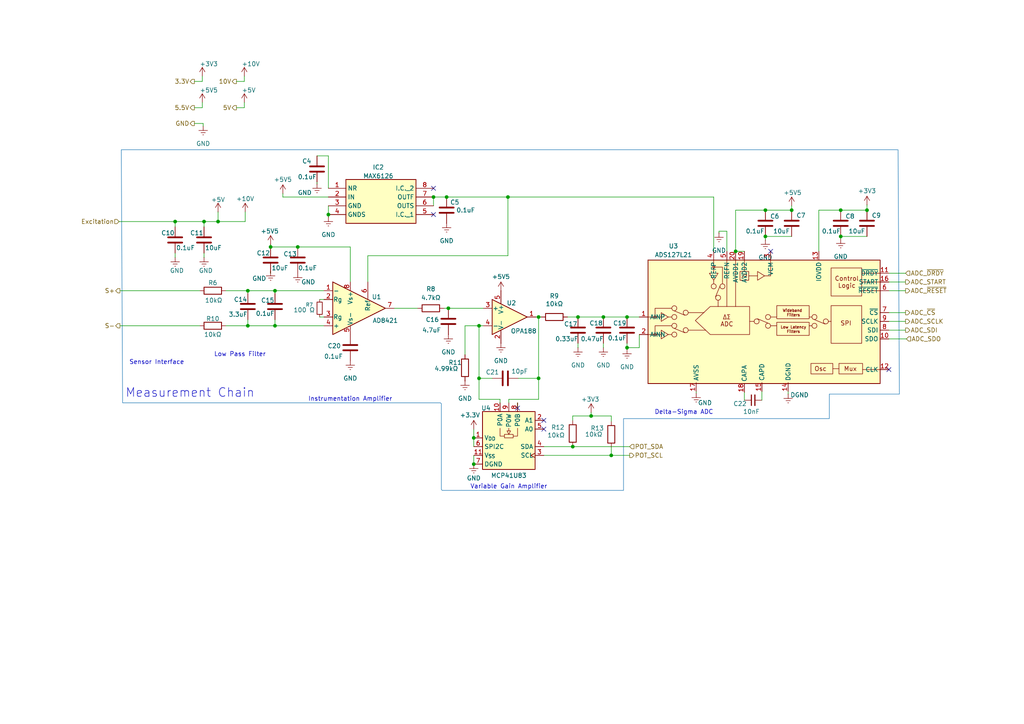
<source format=kicad_sch>
(kicad_sch
	(version 20250114)
	(generator "eeschema")
	(generator_version "9.0")
	(uuid "d2a2a658-ffe7-472a-9b70-5b2084c35b90")
	(paper "A4")
	
	(text "Measurement Chain\n"
		(exclude_from_sim no)
		(at 55.118 114.046 0)
		(effects
			(font
				(size 2.54 2.54)
			)
		)
		(uuid "0464313d-ed0c-4ff7-b3a9-97df21dcbd64")
	)
	(text "Delta-Sigma ADC"
		(exclude_from_sim no)
		(at 198.374 119.634 0)
		(effects
			(font
				(size 1.27 1.27)
			)
		)
		(uuid "4deb3076-5dec-4819-b4c3-d222b6f56479")
	)
	(text "Low Pass Filter\n"
		(exclude_from_sim no)
		(at 69.596 102.87 0)
		(effects
			(font
				(size 1.27 1.27)
			)
		)
		(uuid "78ba258b-8014-41eb-8353-00e8e0aeb029")
	)
	(text "Sensor Interface"
		(exclude_from_sim no)
		(at 45.466 105.156 0)
		(effects
			(font
				(size 1.27 1.27)
			)
		)
		(uuid "f0911e84-9296-41be-a707-00ce42c137df")
	)
	(text "Variable Gain Amplifier\n"
		(exclude_from_sim no)
		(at 147.574 141.224 0)
		(effects
			(font
				(size 1.27 1.27)
			)
		)
		(uuid "f146e8de-520a-4315-a546-aee5cd700ea3")
	)
	(text "Instrumentation Amplifier"
		(exclude_from_sim no)
		(at 101.6 115.824 0)
		(effects
			(font
				(size 1.27 1.27)
			)
		)
		(uuid "f1570f02-ba11-4660-8810-93c3b67192bc")
	)
	(junction
		(at 71.882 94.488)
		(diameter 0)
		(color 0 0 0 0)
		(uuid "09fb2c37-a940-4d0b-9067-93ab91fa2614")
	)
	(junction
		(at 181.864 100.838)
		(diameter 0)
		(color 0 0 0 0)
		(uuid "21bec8d3-8a26-4272-a3fb-8e2830b27ac9")
	)
	(junction
		(at 221.996 60.96)
		(diameter 0)
		(color 0 0 0 0)
		(uuid "2598e35d-9ab7-44d7-8739-eaa3852495c8")
	)
	(junction
		(at 156.21 109.728)
		(diameter 0)
		(color 0 0 0 0)
		(uuid "260d756c-5c0f-4b78-90a1-e18603df94d1")
	)
	(junction
		(at 79.756 84.328)
		(diameter 0)
		(color 0 0 0 0)
		(uuid "2687fa69-d165-4420-8ca0-f584fa1d8456")
	)
	(junction
		(at 243.84 60.96)
		(diameter 0)
		(color 0 0 0 0)
		(uuid "3655d740-c316-4298-90ce-fa40f36bc267")
	)
	(junction
		(at 137.414 134.62)
		(diameter 0)
		(color 0 0 0 0)
		(uuid "39b2382c-bb92-4e87-908e-7f8bf0c80dd7")
	)
	(junction
		(at 181.864 91.948)
		(diameter 0)
		(color 0 0 0 0)
		(uuid "3af63af9-4ad8-42b3-847c-73b8bb240448")
	)
	(junction
		(at 229.616 60.96)
		(diameter 0)
		(color 0 0 0 0)
		(uuid "444fc75d-7f48-473e-93c0-447a6453d2ae")
	)
	(junction
		(at 213.36 72.898)
		(diameter 0)
		(color 0 0 0 0)
		(uuid "4675d453-e865-4090-b00a-1e94179a7fc9")
	)
	(junction
		(at 129.54 57.15)
		(diameter 0)
		(color 0 0 0 0)
		(uuid "4cc86d93-11a6-45fc-b3db-280c16f55aa6")
	)
	(junction
		(at 171.45 120.65)
		(diameter 0)
		(color 0 0 0 0)
		(uuid "519d1518-09b8-4b1a-8815-4591a37c20ba")
	)
	(junction
		(at 138.938 109.728)
		(diameter 0)
		(color 0 0 0 0)
		(uuid "51dcb333-010d-41bf-b635-2af883636d0e")
	)
	(junction
		(at 166.116 129.54)
		(diameter 0)
		(color 0 0 0 0)
		(uuid "51fd4b4b-cb00-4b7a-abac-e218370e0775")
	)
	(junction
		(at 243.84 68.58)
		(diameter 0)
		(color 0 0 0 0)
		(uuid "555aeb4b-52b9-4ee2-8f60-691a08fb26e1")
	)
	(junction
		(at 130.048 89.408)
		(diameter 0)
		(color 0 0 0 0)
		(uuid "57df86cb-ac51-41f7-9ded-94b340c8fa7d")
	)
	(junction
		(at 167.64 91.948)
		(diameter 0)
		(color 0 0 0 0)
		(uuid "5ca9c5d7-c698-4a32-ad00-0a05a701a9e7")
	)
	(junction
		(at 221.996 68.58)
		(diameter 0)
		(color 0 0 0 0)
		(uuid "700bcf0d-ae99-4915-99a6-2d6d531216ef")
	)
	(junction
		(at 63.246 64.262)
		(diameter 0)
		(color 0 0 0 0)
		(uuid "8b664aa0-eac3-40ac-9529-06ea4447acb9")
	)
	(junction
		(at 137.414 127)
		(diameter 0)
		(color 0 0 0 0)
		(uuid "9288a75f-edb7-4d8f-9ff9-025328b59e66")
	)
	(junction
		(at 59.182 64.262)
		(diameter 0)
		(color 0 0 0 0)
		(uuid "9896cbba-6d15-4f65-a7c4-0911906fc638")
	)
	(junction
		(at 156.21 91.948)
		(diameter 0)
		(color 0 0 0 0)
		(uuid "9ae7842d-932b-45a2-ad8c-9aa77b06f770")
	)
	(junction
		(at 50.8 64.262)
		(diameter 0)
		(color 0 0 0 0)
		(uuid "a24c919f-0daa-4f5b-af33-f2a22c9e2443")
	)
	(junction
		(at 177.292 132.08)
		(diameter 0)
		(color 0 0 0 0)
		(uuid "a89f9456-40b8-4ea8-aca5-a8965bb031f6")
	)
	(junction
		(at 79.756 94.488)
		(diameter 0)
		(color 0 0 0 0)
		(uuid "b0192ba0-b273-4847-b2c3-12dcfe81e32b")
	)
	(junction
		(at 138.938 94.488)
		(diameter 0)
		(color 0 0 0 0)
		(uuid "be7227dd-5024-46e8-aa9f-4c5c974ee9c5")
	)
	(junction
		(at 95.25 62.23)
		(diameter 0)
		(color 0 0 0 0)
		(uuid "d4d42398-15a1-4f1e-8c70-f2d7e95bb208")
	)
	(junction
		(at 86.36 71.628)
		(diameter 0)
		(color 0 0 0 0)
		(uuid "d98212e1-2b47-4dc9-b51f-bdcad864084b")
	)
	(junction
		(at 78.486 71.628)
		(diameter 0)
		(color 0 0 0 0)
		(uuid "dc7d74e9-39c4-434a-9bad-4a3f1dcef06a")
	)
	(junction
		(at 251.46 60.96)
		(diameter 0)
		(color 0 0 0 0)
		(uuid "dd3aab96-c219-44e3-8b0b-e4273d680424")
	)
	(junction
		(at 71.882 84.328)
		(diameter 0)
		(color 0 0 0 0)
		(uuid "e1fe50fa-849a-4544-952c-fe32427571e4")
	)
	(junction
		(at 175.006 91.948)
		(diameter 0)
		(color 0 0 0 0)
		(uuid "f0fedc98-b7a6-49e5-b07f-857b5ceccf2b")
	)
	(junction
		(at 147.32 57.15)
		(diameter 0)
		(color 0 0 0 0)
		(uuid "f2b18d38-8cd8-4bdf-86f3-f4f788085cf5")
	)
	(junction
		(at 125.73 57.15)
		(diameter 0)
		(color 0 0 0 0)
		(uuid "f7a5dacf-8025-4fe7-85f8-0646da2bac10")
	)
	(no_connect
		(at 157.734 121.92)
		(uuid "0739ae33-18f1-4a36-bf4f-1bbfe072254a")
	)
	(no_connect
		(at 223.52 72.898)
		(uuid "08b5e798-5e57-45ec-bf5a-7df68479b73c")
	)
	(no_connect
		(at 150.114 118.364)
		(uuid "230ba543-9b27-4d10-9616-8d49e367489f")
	)
	(no_connect
		(at 157.734 124.46)
		(uuid "2bc21adf-5ab2-4380-b2ec-bc2f40390cb0")
	)
	(no_connect
		(at 125.73 62.23)
		(uuid "d975c2bb-8397-4871-8132-620336f88efa")
	)
	(no_connect
		(at 125.73 54.61)
		(uuid "dab3f64d-e232-4f80-9380-321c8905e5b2")
	)
	(no_connect
		(at 257.81 107.188)
		(uuid "e26d21d6-9be7-4089-a168-a58c58b02f56")
	)
	(wire
		(pts
			(xy 213.36 60.96) (xy 221.996 60.96)
		)
		(stroke
			(width 0)
			(type default)
		)
		(uuid "00e56483-00d7-4fa6-9e63-4dde0966978b")
	)
	(wire
		(pts
			(xy 177.292 120.65) (xy 171.45 120.65)
		)
		(stroke
			(width 0)
			(type default)
		)
		(uuid "0159a415-cc6e-43fe-81d9-ecc073e59a4f")
	)
	(wire
		(pts
			(xy 171.45 119.634) (xy 171.45 120.65)
		)
		(stroke
			(width 0)
			(type default)
		)
		(uuid "01d4eb50-7179-475f-8898-7ddd43134878")
	)
	(wire
		(pts
			(xy 257.81 95.758) (xy 262.636 95.758)
		)
		(stroke
			(width 0)
			(type default)
		)
		(uuid "027425e9-04e9-4875-96e8-e3f09febc057")
	)
	(wire
		(pts
			(xy 237.49 60.96) (xy 237.49 72.898)
		)
		(stroke
			(width 0)
			(type default)
		)
		(uuid "04bf2622-3ba2-49f9-8fca-a74eeb06fb28")
	)
	(wire
		(pts
			(xy 56.388 31.242) (xy 58.674 31.242)
		)
		(stroke
			(width 0)
			(type default)
		)
		(uuid "05f9310f-44d8-42ae-bbf7-553468a53f56")
	)
	(wire
		(pts
			(xy 145.034 115.824) (xy 145.034 116.84)
		)
		(stroke
			(width 0)
			(type default)
		)
		(uuid "075efde1-a202-4bc0-8024-2b21cb622c13")
	)
	(wire
		(pts
			(xy 65.532 94.488) (xy 71.882 94.488)
		)
		(stroke
			(width 0)
			(type default)
		)
		(uuid "079ad1b0-7f6e-4a6c-94f6-62252e261924")
	)
	(wire
		(pts
			(xy 106.68 81.788) (xy 106.68 74.168)
		)
		(stroke
			(width 0)
			(type default)
		)
		(uuid "08188db4-f6ff-4f92-8291-467b6078ac03")
	)
	(wire
		(pts
			(xy 177.292 129.794) (xy 177.292 132.08)
		)
		(stroke
			(width 0)
			(type default)
		)
		(uuid "0c42cffe-3fb8-4089-ba4d-c44bac3c43bb")
	)
	(wire
		(pts
			(xy 140.208 94.488) (xy 138.938 94.488)
		)
		(stroke
			(width 0)
			(type default)
		)
		(uuid "0ca226ab-b2bf-415c-bfd4-fded6eb9f2f0")
	)
	(wire
		(pts
			(xy 59.182 64.262) (xy 63.246 64.262)
		)
		(stroke
			(width 0)
			(type default)
		)
		(uuid "10486e2a-e03d-4b15-8f5b-c2856939e743")
	)
	(wire
		(pts
			(xy 71.12 64.262) (xy 63.246 64.262)
		)
		(stroke
			(width 0)
			(type default)
		)
		(uuid "1347f5ab-d717-4874-8867-d875c3555e3a")
	)
	(wire
		(pts
			(xy 213.36 60.96) (xy 213.36 72.898)
		)
		(stroke
			(width 0)
			(type default)
		)
		(uuid "18984780-2fb9-4579-b1b2-6033593fc447")
	)
	(wire
		(pts
			(xy 175.006 99.568) (xy 175.006 100.838)
		)
		(stroke
			(width 0)
			(type default)
		)
		(uuid "19019688-bd41-4f5b-9394-6576c50d669a")
	)
	(wire
		(pts
			(xy 86.36 71.628) (xy 101.6 71.628)
		)
		(stroke
			(width 0)
			(type default)
		)
		(uuid "209f6df8-b9a3-45ab-8e73-4670f3008622")
	)
	(wire
		(pts
			(xy 78.486 79.248) (xy 78.486 78.74)
		)
		(stroke
			(width 0)
			(type default)
		)
		(uuid "21d2e2bb-5d99-474e-9114-5e937054d56f")
	)
	(wire
		(pts
			(xy 50.8 64.262) (xy 50.8 65.786)
		)
		(stroke
			(width 0)
			(type default)
		)
		(uuid "237a51ba-6b3f-462b-9313-54e1fe3365e5")
	)
	(wire
		(pts
			(xy 59.182 65.786) (xy 59.182 64.262)
		)
		(stroke
			(width 0)
			(type default)
		)
		(uuid "26be4062-a2e0-4de9-9be4-16ec4bbb5d9d")
	)
	(wire
		(pts
			(xy 128.778 89.408) (xy 130.048 89.408)
		)
		(stroke
			(width 0)
			(type default)
		)
		(uuid "2971112a-2e84-42a1-b252-c78a0f957f55")
	)
	(wire
		(pts
			(xy 181.864 101.346) (xy 181.864 100.838)
		)
		(stroke
			(width 0)
			(type default)
		)
		(uuid "2c40c244-feb6-43de-9603-1d133d5560f2")
	)
	(wire
		(pts
			(xy 134.874 94.488) (xy 134.874 102.87)
		)
		(stroke
			(width 0)
			(type default)
		)
		(uuid "2d15326a-be98-4438-9d08-7138618d2be4")
	)
	(wire
		(pts
			(xy 79.756 94.488) (xy 93.98 94.488)
		)
		(stroke
			(width 0)
			(type default)
		)
		(uuid "2e5f7ac5-3ff0-49be-a399-f50fb6e9e17d")
	)
	(wire
		(pts
			(xy 95.25 45.212) (xy 95.25 54.61)
		)
		(stroke
			(width 0)
			(type default)
		)
		(uuid "3176550e-a80c-4ad0-a50f-a4d182c61f55")
	)
	(wire
		(pts
			(xy 251.46 68.58) (xy 243.84 68.58)
		)
		(stroke
			(width 0)
			(type default)
		)
		(uuid "31b8b227-1130-4fa9-a291-e52a47d8c826")
	)
	(wire
		(pts
			(xy 208.534 67.056) (xy 210.82 67.056)
		)
		(stroke
			(width 0)
			(type default)
		)
		(uuid "3658d3db-ce9f-4ee9-bf1e-81d70ffd7a2c")
	)
	(wire
		(pts
			(xy 130.048 89.408) (xy 140.208 89.408)
		)
		(stroke
			(width 0)
			(type default)
		)
		(uuid "39dc100f-c5bb-40ac-856b-9cd328df9573")
	)
	(wire
		(pts
			(xy 156.21 109.728) (xy 156.21 115.824)
		)
		(stroke
			(width 0)
			(type default)
		)
		(uuid "3ecf6281-1095-465a-8ef0-c543df9029e6")
	)
	(wire
		(pts
			(xy 68.58 23.622) (xy 70.866 23.622)
		)
		(stroke
			(width 0)
			(type default)
		)
		(uuid "42bf197a-e54c-4b83-98b5-1a6f7388b4b8")
	)
	(wire
		(pts
			(xy 58.674 29.718) (xy 58.674 31.242)
		)
		(stroke
			(width 0)
			(type default)
		)
		(uuid "43252d90-6c64-4e77-aed1-ac96a171083e")
	)
	(wire
		(pts
			(xy 201.93 114.046) (xy 201.93 113.538)
		)
		(stroke
			(width 0)
			(type default)
		)
		(uuid "434af8ce-afbb-45ec-a5ff-a380037d135d")
	)
	(wire
		(pts
			(xy 157.734 132.08) (xy 177.292 132.08)
		)
		(stroke
			(width 0)
			(type default)
		)
		(uuid "435729e7-99fa-4b24-ad2f-6bc0e0ce091f")
	)
	(wire
		(pts
			(xy 220.98 113.538) (xy 220.98 116.078)
		)
		(stroke
			(width 0)
			(type default)
		)
		(uuid "436e00b7-3141-41b6-816a-f04d3009f023")
	)
	(wire
		(pts
			(xy 166.116 121.92) (xy 166.116 120.65)
		)
		(stroke
			(width 0)
			(type default)
		)
		(uuid "441589d2-85a0-48d7-bae3-ce4d9afd5231")
	)
	(wire
		(pts
			(xy 229.616 68.58) (xy 221.996 68.58)
		)
		(stroke
			(width 0)
			(type default)
		)
		(uuid "44d615f1-94f1-4d92-b1c9-4a01235f39cc")
	)
	(wire
		(pts
			(xy 210.82 67.056) (xy 210.82 72.898)
		)
		(stroke
			(width 0)
			(type default)
		)
		(uuid "45ad3593-5d41-4458-a3c2-15062f12adec")
	)
	(wire
		(pts
			(xy 229.616 59.69) (xy 229.616 60.96)
		)
		(stroke
			(width 0)
			(type default)
		)
		(uuid "46229988-4c10-4175-8886-4975bd0872c8")
	)
	(wire
		(pts
			(xy 185.42 100.838) (xy 185.42 97.028)
		)
		(stroke
			(width 0)
			(type default)
		)
		(uuid "48b88aad-4bba-4fec-97b3-7057d717e459")
	)
	(wire
		(pts
			(xy 91.948 53.34) (xy 91.948 52.832)
		)
		(stroke
			(width 0)
			(type default)
		)
		(uuid "49d59e81-804e-40a7-bb45-1156462fe05b")
	)
	(wire
		(pts
			(xy 207.01 57.15) (xy 207.01 72.898)
		)
		(stroke
			(width 0)
			(type default)
		)
		(uuid "4a6f27a8-0a91-4ea2-be6f-106b8843cb64")
	)
	(wire
		(pts
			(xy 125.73 57.15) (xy 125.73 59.69)
		)
		(stroke
			(width 0)
			(type default)
		)
		(uuid "4acc11db-4910-4de6-a1b2-ef911c4c00f3")
	)
	(wire
		(pts
			(xy 251.46 60.96) (xy 243.84 60.96)
		)
		(stroke
			(width 0)
			(type default)
		)
		(uuid "4e9ef14a-0276-4665-b11d-980dadf10869")
	)
	(wire
		(pts
			(xy 34.798 84.328) (xy 57.912 84.328)
		)
		(stroke
			(width 0)
			(type default)
		)
		(uuid "4f266b6d-c85c-4d54-b81d-85f42afc8b1e")
	)
	(wire
		(pts
			(xy 257.81 79.248) (xy 262.636 79.248)
		)
		(stroke
			(width 0)
			(type default)
		)
		(uuid "4f6af103-a86a-46e5-89e9-fdb2be1e0f56")
	)
	(wire
		(pts
			(xy 167.64 91.948) (xy 175.006 91.948)
		)
		(stroke
			(width 0)
			(type default)
		)
		(uuid "5180044e-3788-4e26-900d-e80bd5aa7bc3")
	)
	(wire
		(pts
			(xy 155.448 91.948) (xy 156.21 91.948)
		)
		(stroke
			(width 0)
			(type default)
		)
		(uuid "53154127-2dc6-47df-b347-65a38e455834")
	)
	(wire
		(pts
			(xy 156.21 91.948) (xy 156.972 91.948)
		)
		(stroke
			(width 0)
			(type default)
		)
		(uuid "53ad6f22-0d36-4d2f-ba1f-ac968528097c")
	)
	(wire
		(pts
			(xy 167.64 100.838) (xy 167.64 99.568)
		)
		(stroke
			(width 0)
			(type default)
		)
		(uuid "56397715-9c4e-4ed7-9656-332c156da6fc")
	)
	(wire
		(pts
			(xy 59.182 73.406) (xy 59.182 74.676)
		)
		(stroke
			(width 0)
			(type default)
		)
		(uuid "5ac8f3bf-0f72-4b58-bf8f-bd32658c469b")
	)
	(wire
		(pts
			(xy 164.592 91.948) (xy 167.64 91.948)
		)
		(stroke
			(width 0)
			(type default)
		)
		(uuid "5e3da7be-0419-4133-8fe3-1ab340e816f0")
	)
	(wire
		(pts
			(xy 58.928 35.814) (xy 58.928 36.576)
		)
		(stroke
			(width 0)
			(type default)
		)
		(uuid "61587112-3213-4a97-a489-83461f11008c")
	)
	(wire
		(pts
			(xy 257.81 84.328) (xy 262.636 84.328)
		)
		(stroke
			(width 0)
			(type default)
		)
		(uuid "618448e2-b63a-4295-81b6-7acffb1940d1")
	)
	(wire
		(pts
			(xy 138.938 94.488) (xy 138.938 109.728)
		)
		(stroke
			(width 0)
			(type default)
		)
		(uuid "63a1aecd-7cfa-4421-be8d-344034c8b904")
	)
	(wire
		(pts
			(xy 137.414 127) (xy 137.414 129.54)
		)
		(stroke
			(width 0)
			(type default)
		)
		(uuid "6b1585b3-7619-42f8-a2e8-d5557ef166e2")
	)
	(wire
		(pts
			(xy 82.042 56.134) (xy 82.042 57.15)
		)
		(stroke
			(width 0)
			(type default)
		)
		(uuid "72468c64-de4b-4ec9-ac84-827f3494d46c")
	)
	(wire
		(pts
			(xy 175.006 91.948) (xy 181.864 91.948)
		)
		(stroke
			(width 0)
			(type default)
		)
		(uuid "7443e125-d067-4a0b-9b6f-e01daf36e5e4")
	)
	(wire
		(pts
			(xy 182.626 132.08) (xy 177.292 132.08)
		)
		(stroke
			(width 0)
			(type default)
		)
		(uuid "7576ff5c-f5d9-47b3-97c6-054f18a182eb")
	)
	(wire
		(pts
			(xy 138.938 94.488) (xy 134.874 94.488)
		)
		(stroke
			(width 0)
			(type default)
		)
		(uuid "75a57b01-e9e9-4817-a8c8-c1f342254166")
	)
	(wire
		(pts
			(xy 106.68 74.168) (xy 147.32 74.168)
		)
		(stroke
			(width 0)
			(type default)
		)
		(uuid "76ea5e6a-ee95-485e-a068-4ae8edfcb30a")
	)
	(wire
		(pts
			(xy 229.616 60.96) (xy 221.996 60.96)
		)
		(stroke
			(width 0)
			(type default)
		)
		(uuid "78e116cf-96ff-4875-8b4b-8d82280cd185")
	)
	(wire
		(pts
			(xy 34.798 94.488) (xy 57.912 94.488)
		)
		(stroke
			(width 0)
			(type default)
		)
		(uuid "78e3332a-03f0-4cc6-bb34-65b425cff10a")
	)
	(wire
		(pts
			(xy 56.388 23.622) (xy 58.674 23.622)
		)
		(stroke
			(width 0)
			(type default)
		)
		(uuid "797548e4-90f2-41bc-b60f-80134070ae1a")
	)
	(wire
		(pts
			(xy 147.32 57.15) (xy 207.01 57.15)
		)
		(stroke
			(width 0)
			(type default)
		)
		(uuid "7a3a9d8d-9636-42d0-aea4-2ab00764c186")
	)
	(wire
		(pts
			(xy 79.756 84.328) (xy 93.98 84.328)
		)
		(stroke
			(width 0)
			(type default)
		)
		(uuid "826ba27e-4fc7-43da-a75a-2882614d9fdd")
	)
	(wire
		(pts
			(xy 129.54 57.15) (xy 147.32 57.15)
		)
		(stroke
			(width 0)
			(type default)
		)
		(uuid "85d5a32b-e610-400b-941f-117981922c24")
	)
	(wire
		(pts
			(xy 181.864 91.948) (xy 185.42 91.948)
		)
		(stroke
			(width 0)
			(type default)
		)
		(uuid "87a8a31c-d6e7-4cf4-8a56-a9f4bf19d853")
	)
	(wire
		(pts
			(xy 251.46 59.436) (xy 251.46 60.96)
		)
		(stroke
			(width 0)
			(type default)
		)
		(uuid "8b6338fc-c5d5-4bc4-87ca-300a84b9685e")
	)
	(wire
		(pts
			(xy 166.116 129.54) (xy 182.626 129.54)
		)
		(stroke
			(width 0)
			(type default)
		)
		(uuid "8c8381d3-2cfa-4d66-b970-c8398381f7e7")
	)
	(wire
		(pts
			(xy 71.882 92.71) (xy 71.882 94.488)
		)
		(stroke
			(width 0)
			(type default)
		)
		(uuid "8cadb6b3-7211-4e92-837a-81a03426ac35")
	)
	(wire
		(pts
			(xy 50.8 73.406) (xy 50.8 74.676)
		)
		(stroke
			(width 0)
			(type default)
		)
		(uuid "8f6bb5ac-3ba8-4a8e-b66f-45d150b47508")
	)
	(wire
		(pts
			(xy 147.574 115.824) (xy 147.574 116.84)
		)
		(stroke
			(width 0)
			(type default)
		)
		(uuid "90f165c3-101d-48bd-b592-f89878884486")
	)
	(wire
		(pts
			(xy 82.042 57.15) (xy 95.25 57.15)
		)
		(stroke
			(width 0)
			(type default)
		)
		(uuid "91063e67-95dd-4894-b3eb-eaa496b1af9b")
	)
	(wire
		(pts
			(xy 181.864 100.838) (xy 185.42 100.838)
		)
		(stroke
			(width 0)
			(type default)
		)
		(uuid "91235668-f656-49e4-a3a1-ef38b2a7e020")
	)
	(wire
		(pts
			(xy 58.674 22.098) (xy 58.674 23.622)
		)
		(stroke
			(width 0)
			(type default)
		)
		(uuid "92689568-a6a7-4796-a522-d3b54339f63e")
	)
	(wire
		(pts
			(xy 71.12 61.468) (xy 71.12 64.262)
		)
		(stroke
			(width 0)
			(type default)
		)
		(uuid "92e14fc8-becc-444b-9043-32c4f33a9380")
	)
	(wire
		(pts
			(xy 221.996 69.596) (xy 221.996 68.58)
		)
		(stroke
			(width 0)
			(type default)
		)
		(uuid "94de69a8-33a2-4eef-8cc7-09e8010306d9")
	)
	(wire
		(pts
			(xy 251.46 60.96) (xy 251.46 61.214)
		)
		(stroke
			(width 0)
			(type default)
		)
		(uuid "976d11db-be25-47a1-b545-cdac09aacba3")
	)
	(wire
		(pts
			(xy 92.71 91.948) (xy 93.98 91.948)
		)
		(stroke
			(width 0)
			(type default)
		)
		(uuid "9892fb12-066b-4e34-861e-e04d2a63ff60")
	)
	(wire
		(pts
			(xy 79.756 84.328) (xy 79.756 85.09)
		)
		(stroke
			(width 0)
			(type default)
		)
		(uuid "9b5c026c-f878-4acf-a2c8-e753a50172ef")
	)
	(wire
		(pts
			(xy 56.388 35.814) (xy 58.928 35.814)
		)
		(stroke
			(width 0)
			(type default)
		)
		(uuid "9bf36d7e-278f-4dda-a399-ac68b571016e")
	)
	(wire
		(pts
			(xy 157.734 129.54) (xy 166.116 129.54)
		)
		(stroke
			(width 0)
			(type default)
		)
		(uuid "9c83e187-e1cf-48e7-b73a-2b983393b920")
	)
	(wire
		(pts
			(xy 95.25 62.992) (xy 95.25 62.23)
		)
		(stroke
			(width 0)
			(type default)
		)
		(uuid "a04ad56d-6d54-4579-9de4-aa4fabfe2fe9")
	)
	(wire
		(pts
			(xy 237.49 60.96) (xy 243.84 60.96)
		)
		(stroke
			(width 0)
			(type default)
		)
		(uuid "a0f8409b-5a2f-4a98-b187-a12c848210dd")
	)
	(wire
		(pts
			(xy 156.21 91.948) (xy 156.21 109.728)
		)
		(stroke
			(width 0)
			(type default)
		)
		(uuid "a17ee34a-9a74-44c5-a731-b5b5f26ac0e5")
	)
	(wire
		(pts
			(xy 171.45 120.65) (xy 166.116 120.65)
		)
		(stroke
			(width 0)
			(type default)
		)
		(uuid "a42e67f1-1ab3-491f-8738-7375f2b01992")
	)
	(wire
		(pts
			(xy 78.486 70.866) (xy 78.486 71.628)
		)
		(stroke
			(width 0)
			(type default)
		)
		(uuid "a5275e19-e75d-4fc4-acb0-15a0f522dc31")
	)
	(wire
		(pts
			(xy 215.9 113.792) (xy 215.9 116.078)
		)
		(stroke
			(width 0)
			(type default)
		)
		(uuid "a56d82ab-9be0-4a60-8464-afd4baccf543")
	)
	(wire
		(pts
			(xy 177.292 122.174) (xy 177.292 120.65)
		)
		(stroke
			(width 0)
			(type default)
		)
		(uuid "aa7526b6-7ada-4c8e-910d-fb4cc3dbd19a")
	)
	(wire
		(pts
			(xy 71.882 84.328) (xy 71.882 85.09)
		)
		(stroke
			(width 0)
			(type default)
		)
		(uuid "abad3f8f-ed43-43f3-9644-1d4f0377f9d4")
	)
	(wire
		(pts
			(xy 243.84 69.342) (xy 243.84 68.58)
		)
		(stroke
			(width 0)
			(type default)
		)
		(uuid "adf09399-65b0-41ea-a7f1-45d25d31fb33")
	)
	(wire
		(pts
			(xy 91.948 45.212) (xy 95.25 45.212)
		)
		(stroke
			(width 0)
			(type default)
		)
		(uuid "b077c3f0-9d00-4975-b25a-a61e0d37a37d")
	)
	(wire
		(pts
			(xy 125.73 57.15) (xy 129.54 57.15)
		)
		(stroke
			(width 0)
			(type default)
		)
		(uuid "b11bd154-9bec-4eec-9152-0e83262b672b")
	)
	(wire
		(pts
			(xy 71.882 84.328) (xy 79.756 84.328)
		)
		(stroke
			(width 0)
			(type default)
		)
		(uuid "b3829efe-5530-444b-9c7d-3aebc6a5130d")
	)
	(wire
		(pts
			(xy 114.3 89.408) (xy 121.158 89.408)
		)
		(stroke
			(width 0)
			(type default)
		)
		(uuid "b439e820-a37c-4902-937b-48045bdd7cc9")
	)
	(wire
		(pts
			(xy 68.58 31.242) (xy 70.866 31.242)
		)
		(stroke
			(width 0)
			(type default)
		)
		(uuid "b4b9494d-60c5-4aed-935d-7c050884016f")
	)
	(wire
		(pts
			(xy 137.414 132.08) (xy 137.414 134.62)
		)
		(stroke
			(width 0)
			(type default)
		)
		(uuid "b667fe2a-7ef5-4900-8a5b-9abaa1e0275c")
	)
	(wire
		(pts
			(xy 138.938 115.824) (xy 138.938 109.728)
		)
		(stroke
			(width 0)
			(type default)
		)
		(uuid "b70089c0-2ce9-4e8d-a8dc-ad995520bc97")
	)
	(wire
		(pts
			(xy 257.81 90.678) (xy 262.636 90.678)
		)
		(stroke
			(width 0)
			(type default)
		)
		(uuid "b726392f-d86a-4564-9267-d854bf8ba953")
	)
	(wire
		(pts
			(xy 213.36 72.898) (xy 215.9 72.898)
		)
		(stroke
			(width 0)
			(type default)
		)
		(uuid "b896094b-90fa-4026-a451-6982dd1ae4f6")
	)
	(wire
		(pts
			(xy 208.534 67.564) (xy 208.534 67.056)
		)
		(stroke
			(width 0)
			(type default)
		)
		(uuid "b8e23e65-55e2-4c32-bf19-614b9e8d00d3")
	)
	(wire
		(pts
			(xy 70.866 22.098) (xy 70.866 23.622)
		)
		(stroke
			(width 0)
			(type default)
		)
		(uuid "bc2dcd27-c3ac-473a-9e9b-9bc552d0f7e1")
	)
	(wire
		(pts
			(xy 147.32 74.168) (xy 147.32 57.15)
		)
		(stroke
			(width 0)
			(type default)
		)
		(uuid "c05316a1-b8d7-4c1b-87ca-1cca244c7c8d")
	)
	(wire
		(pts
			(xy 257.81 98.298) (xy 262.89 98.298)
		)
		(stroke
			(width 0)
			(type default)
		)
		(uuid "c4cc5a9b-aecd-47ec-8bc3-067d9209f4da")
	)
	(wire
		(pts
			(xy 257.81 93.218) (xy 262.636 93.218)
		)
		(stroke
			(width 0)
			(type default)
		)
		(uuid "c8983c15-9406-46ee-b111-4d60f7ae21b3")
	)
	(wire
		(pts
			(xy 150.114 118.364) (xy 150.114 116.84)
		)
		(stroke
			(width 0)
			(type default)
		)
		(uuid "c9367d2f-2f73-4589-8af5-6cc87663b5ce")
	)
	(wire
		(pts
			(xy 145.034 115.824) (xy 138.938 115.824)
		)
		(stroke
			(width 0)
			(type default)
		)
		(uuid "cd41566f-c884-4b9a-afba-f108c5ea74c5")
	)
	(wire
		(pts
			(xy 228.6 114.3) (xy 228.6 113.538)
		)
		(stroke
			(width 0)
			(type default)
		)
		(uuid "ced1390b-a69a-498c-abe7-14b24735ea27")
	)
	(wire
		(pts
			(xy 101.6 71.628) (xy 101.6 81.788)
		)
		(stroke
			(width 0)
			(type default)
		)
		(uuid "cee6def7-83ab-4c75-bb12-139cfbf2c1d8")
	)
	(wire
		(pts
			(xy 34.544 64.262) (xy 50.8 64.262)
		)
		(stroke
			(width 0)
			(type default)
		)
		(uuid "d6a830a3-3329-458c-a786-e09b8d6d3910")
	)
	(wire
		(pts
			(xy 70.866 29.718) (xy 70.866 31.242)
		)
		(stroke
			(width 0)
			(type default)
		)
		(uuid "d89a4943-be31-4786-a037-6243b7692900")
	)
	(wire
		(pts
			(xy 79.756 92.71) (xy 79.756 94.488)
		)
		(stroke
			(width 0)
			(type default)
		)
		(uuid "d95c2b0a-8527-4398-b71d-8004e9572d9f")
	)
	(wire
		(pts
			(xy 92.71 86.868) (xy 93.98 86.868)
		)
		(stroke
			(width 0)
			(type default)
		)
		(uuid "ddfd301c-db14-4a38-950f-960fc1baffe9")
	)
	(wire
		(pts
			(xy 95.25 62.23) (xy 95.25 59.69)
		)
		(stroke
			(width 0)
			(type default)
		)
		(uuid "e077f158-27fb-4fa5-aa0f-da0e386ba960")
	)
	(wire
		(pts
			(xy 63.246 61.468) (xy 63.246 64.262)
		)
		(stroke
			(width 0)
			(type default)
		)
		(uuid "e09580ce-a2d0-48ff-bf3d-d279813dd930")
	)
	(wire
		(pts
			(xy 71.882 94.488) (xy 79.756 94.488)
		)
		(stroke
			(width 0)
			(type default)
		)
		(uuid "e6e18004-4be3-4526-925e-688291996f64")
	)
	(wire
		(pts
			(xy 65.532 84.328) (xy 71.882 84.328)
		)
		(stroke
			(width 0)
			(type default)
		)
		(uuid "ef3c90de-8988-428d-9011-9f251c47b1cc")
	)
	(wire
		(pts
			(xy 181.864 100.838) (xy 181.864 99.568)
		)
		(stroke
			(width 0)
			(type default)
		)
		(uuid "f0b67568-25ed-46ab-a086-a4c09ee99075")
	)
	(wire
		(pts
			(xy 50.8 64.262) (xy 59.182 64.262)
		)
		(stroke
			(width 0)
			(type default)
		)
		(uuid "f344931a-e1ec-4918-a4a9-6802ce543351")
	)
	(wire
		(pts
			(xy 156.21 115.824) (xy 147.574 115.824)
		)
		(stroke
			(width 0)
			(type default)
		)
		(uuid "f3bc1f31-d6b2-4452-8472-8811ed648955")
	)
	(wire
		(pts
			(xy 150.368 109.728) (xy 156.21 109.728)
		)
		(stroke
			(width 0)
			(type default)
		)
		(uuid "f3eb108f-22c3-461d-83a6-d3e37b68f716")
	)
	(wire
		(pts
			(xy 78.486 71.628) (xy 86.36 71.628)
		)
		(stroke
			(width 0)
			(type default)
		)
		(uuid "f483bbfb-18b4-4d5e-a90d-8e64feb440b8")
	)
	(wire
		(pts
			(xy 137.414 124.46) (xy 137.414 127)
		)
		(stroke
			(width 0)
			(type default)
		)
		(uuid "f5356567-5f9a-49fc-833d-191018b02277")
	)
	(wire
		(pts
			(xy 138.938 109.728) (xy 142.748 109.728)
		)
		(stroke
			(width 0)
			(type default)
		)
		(uuid "f8d1eb0b-7c31-46e8-890d-103b2366c894")
	)
	(wire
		(pts
			(xy 257.81 81.788) (xy 262.636 81.788)
		)
		(stroke
			(width 0)
			(type default)
		)
		(uuid "fdf0452e-09f6-45f6-bb5e-fdde90d124f5")
	)
	(hierarchical_label "GND"
		(shape output)
		(at 56.388 35.814 180)
		(effects
			(font
				(size 1.27 1.27)
			)
			(justify right)
		)
		(uuid "02e08102-a711-4dc5-9767-ad14855c5e22")
	)
	(hierarchical_label "ADC_SCLK"
		(shape output)
		(at 262.636 93.218 0)
		(effects
			(font
				(size 1.27 1.27)
			)
			(justify left)
		)
		(uuid "1208639c-c961-4619-9594-6d4ba1acbd03")
	)
	(hierarchical_label "5V"
		(shape output)
		(at 68.58 31.242 180)
		(effects
			(font
				(size 1.27 1.27)
			)
			(justify right)
		)
		(uuid "1f6fedd5-c30b-44a4-a8f9-b2d1a263a064")
	)
	(hierarchical_label "ADC_SDO"
		(shape input)
		(at 262.89 98.298 0)
		(effects
			(font
				(size 1.27 1.27)
			)
			(justify left)
		)
		(uuid "2865ee07-7df9-4ce9-9dad-9d7ea6a48318")
	)
	(hierarchical_label "ADC_~{CS}"
		(shape output)
		(at 262.636 90.678 0)
		(effects
			(font
				(size 1.27 1.27)
			)
			(justify left)
		)
		(uuid "3d730fa9-f7ff-437e-9d4d-5ac661bd80d9")
	)
	(hierarchical_label "POT_SCL"
		(shape output)
		(at 182.626 132.08 0)
		(effects
			(font
				(size 1.27 1.27)
			)
			(justify left)
		)
		(uuid "57041cd7-b904-4169-9748-2144358cf6d3")
	)
	(hierarchical_label "ADC_SDI"
		(shape output)
		(at 262.636 95.758 0)
		(effects
			(font
				(size 1.27 1.27)
			)
			(justify left)
		)
		(uuid "640e07f9-a3cf-4179-8acc-5670bb651a7d")
	)
	(hierarchical_label "POT_SDA"
		(shape input)
		(at 182.626 129.54 0)
		(effects
			(font
				(size 1.27 1.27)
			)
			(justify left)
		)
		(uuid "7f6369e9-9073-4324-b4e3-860152a183d5")
	)
	(hierarchical_label "S-"
		(shape output)
		(at 34.798 94.488 180)
		(effects
			(font
				(size 1.27 1.27)
			)
			(justify right)
		)
		(uuid "8ed96d4b-1224-4f93-8837-a4fbb0ef8f1e")
	)
	(hierarchical_label "5.5V"
		(shape output)
		(at 56.388 31.242 180)
		(effects
			(font
				(size 1.27 1.27)
			)
			(justify right)
		)
		(uuid "9ea1f9c9-a3ef-431b-8959-39e724a62e08")
	)
	(hierarchical_label "ADC_~{DRDY}"
		(shape input)
		(at 262.636 79.248 0)
		(effects
			(font
				(size 1.27 1.27)
			)
			(justify left)
		)
		(uuid "ade73a2a-c933-493c-a414-bb923cb0cb15")
	)
	(hierarchical_label "3.3V"
		(shape output)
		(at 56.388 23.622 180)
		(effects
			(font
				(size 1.27 1.27)
			)
			(justify right)
		)
		(uuid "b70b3e24-1c65-4f46-904a-dfeb1fc549c0")
	)
	(hierarchical_label "S+"
		(shape output)
		(at 34.798 84.328 180)
		(effects
			(font
				(size 1.27 1.27)
			)
			(justify right)
		)
		(uuid "c2ded0be-25de-4dc3-878b-7af7e50ef3c5")
	)
	(hierarchical_label "10V"
		(shape output)
		(at 68.58 23.622 180)
		(effects
			(font
				(size 1.27 1.27)
			)
			(justify right)
		)
		(uuid "d20f1b46-e400-44bc-94c0-2562baad6695")
	)
	(hierarchical_label "ADC_~{RESET}"
		(shape output)
		(at 262.636 84.328 0)
		(effects
			(font
				(size 1.27 1.27)
			)
			(justify left)
		)
		(uuid "e0891c7d-b8df-4d48-949a-c46a71a9b50e")
	)
	(hierarchical_label "Excitation"
		(shape input)
		(at 34.544 64.262 180)
		(effects
			(font
				(size 1.27 1.27)
			)
			(justify right)
		)
		(uuid "e842dada-3d28-4d73-81f1-edd2791c0b10")
	)
	(hierarchical_label "ADC_START"
		(shape output)
		(at 262.636 81.788 0)
		(effects
			(font
				(size 1.27 1.27)
			)
			(justify left)
		)
		(uuid "ef659b6b-0a59-4680-9a6e-e14c90ca3ecd")
	)
	(rule_area
		(polyline
			(pts
				(xy 260.858 114.3) (xy 240.538 114.3) (xy 240.538 121.412) (xy 180.848 121.412) (xy 180.848 142.24)
				(xy 128.27 142.24) (xy 128.016 141.986) (xy 128.016 117.094) (xy 127.762 116.84) (xy 35.56 116.84)
				(xy 35.179 43.434) (xy 260.477 43.434)
			)
			(stroke
				(width 0)
				(type solid)
				(color 33 122 182 1)
			)
			(fill
				(type none)
			)
			(uuid 9080807e-5338-4623-ac3d-ecf9b8185a40)
		)
	)
	(symbol
		(lib_id "Device:R")
		(at 124.968 89.408 270)
		(unit 1)
		(exclude_from_sim no)
		(in_bom yes)
		(on_board yes)
		(dnp no)
		(fields_autoplaced yes)
		(uuid "069a73ab-4194-41f2-966a-6d08ab88dba4")
		(property "Reference" "R8"
			(at 124.968 83.82 90)
			(effects
				(font
					(size 1.27 1.27)
				)
			)
		)
		(property "Value" "4.7kΩ"
			(at 124.968 86.36 90)
			(effects
				(font
					(size 1.27 1.27)
				)
			)
		)
		(property "Footprint" "Resistor_SMD:R_0805_2012Metric"
			(at 124.968 87.63 90)
			(effects
				(font
					(size 1.27 1.27)
				)
				(hide yes)
			)
		)
		(property "Datasheet" "~"
			(at 124.968 89.408 0)
			(effects
				(font
					(size 1.27 1.27)
				)
				(hide yes)
			)
		)
		(property "Description" "Resistor"
			(at 124.968 89.408 0)
			(effects
				(font
					(size 1.27 1.27)
				)
				(hide yes)
			)
		)
		(pin "2"
			(uuid "c3b3d48b-47b9-4088-a2ae-e682836c6d4f")
		)
		(pin "1"
			(uuid "2f2f1e01-b806-4c40-9ca7-017879e4c638")
		)
		(instances
			(project "Inoovatest"
				(path "/e09d161e-639f-4600-8aa9-665b6b461114/28b9a068-ddcd-4761-903b-8265c34ada8d"
					(reference "R8")
					(unit 1)
				)
			)
		)
	)
	(symbol
		(lib_id "Device:C")
		(at 71.882 88.9 0)
		(unit 1)
		(exclude_from_sim no)
		(in_bom yes)
		(on_board yes)
		(dnp no)
		(uuid "07ef779d-68d4-4abe-852d-2aecf4c979cd")
		(property "Reference" "C14"
			(at 67.818 86.868 0)
			(effects
				(font
					(size 1.27 1.27)
				)
				(justify left)
			)
		)
		(property "Value" "3.3uF"
			(at 66.294 91.186 0)
			(effects
				(font
					(size 1.27 1.27)
				)
				(justify left)
			)
		)
		(property "Footprint" "Capacitor_SMD:C_0805_2012Metric"
			(at 72.8472 92.71 0)
			(effects
				(font
					(size 1.27 1.27)
				)
				(hide yes)
			)
		)
		(property "Datasheet" "~"
			(at 71.882 88.9 0)
			(effects
				(font
					(size 1.27 1.27)
				)
				(hide yes)
			)
		)
		(property "Description" "Unpolarized capacitor"
			(at 71.882 88.9 0)
			(effects
				(font
					(size 1.27 1.27)
				)
				(hide yes)
			)
		)
		(pin "1"
			(uuid "a517d78c-573f-4aff-88ee-a5f998c4cde0")
		)
		(pin "2"
			(uuid "2c47525c-3363-4749-a5e7-f217a15b7aef")
		)
		(instances
			(project "Inoovatest"
				(path "/e09d161e-639f-4600-8aa9-665b6b461114/28b9a068-ddcd-4761-903b-8265c34ada8d"
					(reference "C14")
					(unit 1)
				)
			)
		)
	)
	(symbol
		(lib_id "power:GNDREF")
		(at 175.006 100.838 0)
		(unit 1)
		(exclude_from_sim no)
		(in_bom yes)
		(on_board yes)
		(dnp no)
		(uuid "0d90d93c-b6fa-4ce6-8027-2270929f9f5d")
		(property "Reference" "#PWR044"
			(at 175.006 107.188 0)
			(effects
				(font
					(size 1.27 1.27)
				)
				(hide yes)
			)
		)
		(property "Value" "GND"
			(at 175.006 105.918 0)
			(effects
				(font
					(size 1.27 1.27)
				)
			)
		)
		(property "Footprint" ""
			(at 175.006 100.838 0)
			(effects
				(font
					(size 1.27 1.27)
				)
				(hide yes)
			)
		)
		(property "Datasheet" ""
			(at 175.006 100.838 0)
			(effects
				(font
					(size 1.27 1.27)
				)
				(hide yes)
			)
		)
		(property "Description" "Power symbol creates a global label with name \"GNDREF\" , reference supply ground"
			(at 175.006 100.838 0)
			(effects
				(font
					(size 1.27 1.27)
				)
				(hide yes)
			)
		)
		(pin "1"
			(uuid "75d320f6-9475-4ee3-9a85-8632d1aa5a5d")
		)
		(instances
			(project "Inoovatest"
				(path "/e09d161e-639f-4600-8aa9-665b6b461114/28b9a068-ddcd-4761-903b-8265c34ada8d"
					(reference "#PWR044")
					(unit 1)
				)
			)
		)
	)
	(symbol
		(lib_id "power:VCC")
		(at 137.414 124.46 0)
		(unit 1)
		(exclude_from_sim no)
		(in_bom yes)
		(on_board yes)
		(dnp no)
		(uuid "1881b6f3-a353-478f-83b4-cc873cda12e5")
		(property "Reference" "#PWR051"
			(at 137.414 128.27 0)
			(effects
				(font
					(size 1.27 1.27)
				)
				(hide yes)
			)
		)
		(property "Value" "+3.3V"
			(at 133.35 120.396 0)
			(effects
				(font
					(size 1.27 1.27)
				)
				(justify left)
			)
		)
		(property "Footprint" ""
			(at 137.414 124.46 0)
			(effects
				(font
					(size 1.27 1.27)
				)
				(hide yes)
			)
		)
		(property "Datasheet" ""
			(at 137.414 124.46 0)
			(effects
				(font
					(size 1.27 1.27)
				)
				(hide yes)
			)
		)
		(property "Description" "Power symbol creates a global label with name \"VCC\""
			(at 137.414 124.46 0)
			(effects
				(font
					(size 1.27 1.27)
				)
				(hide yes)
			)
		)
		(pin "1"
			(uuid "e5ac81d7-c2ab-4a37-aa46-322e12f994b1")
		)
		(instances
			(project "Inoovatest"
				(path "/e09d161e-639f-4600-8aa9-665b6b461114/28b9a068-ddcd-4761-903b-8265c34ada8d"
					(reference "#PWR051")
					(unit 1)
				)
			)
		)
	)
	(symbol
		(lib_id "power:+10V")
		(at 71.12 61.468 0)
		(mirror y)
		(unit 1)
		(exclude_from_sim no)
		(in_bom yes)
		(on_board yes)
		(dnp no)
		(uuid "1f0fd991-60ef-419b-93dc-6900146469c8")
		(property "Reference" "#PWR029"
			(at 71.12 65.278 0)
			(effects
				(font
					(size 1.27 1.27)
				)
				(hide yes)
			)
		)
		(property "Value" "+10V"
			(at 71.12 57.658 0)
			(effects
				(font
					(size 1.27 1.27)
				)
			)
		)
		(property "Footprint" ""
			(at 71.12 61.468 0)
			(effects
				(font
					(size 1.27 1.27)
				)
				(hide yes)
			)
		)
		(property "Datasheet" ""
			(at 71.12 61.468 0)
			(effects
				(font
					(size 1.27 1.27)
				)
				(hide yes)
			)
		)
		(property "Description" "Power symbol creates a global label with name \"+10V\""
			(at 71.12 61.468 0)
			(effects
				(font
					(size 1.27 1.27)
				)
				(hide yes)
			)
		)
		(pin "1"
			(uuid "15a302a4-367a-48c1-b906-7797a11954d0")
		)
		(instances
			(project "Inoovatest_Sub"
				(path "/e09d161e-639f-4600-8aa9-665b6b461114/28b9a068-ddcd-4761-903b-8265c34ada8d"
					(reference "#PWR029")
					(unit 1)
				)
			)
		)
	)
	(symbol
		(lib_id "Device:C")
		(at 50.8 69.596 0)
		(unit 1)
		(exclude_from_sim no)
		(in_bom yes)
		(on_board yes)
		(dnp no)
		(uuid "206a6399-2b2d-41f3-894a-dd413e41aec4")
		(property "Reference" "C10"
			(at 46.736 67.564 0)
			(effects
				(font
					(size 1.27 1.27)
				)
				(justify left)
			)
		)
		(property "Value" "0.1uF"
			(at 51.054 71.882 0)
			(effects
				(font
					(size 1.27 1.27)
				)
				(justify left)
			)
		)
		(property "Footprint" "Capacitor_SMD:C_0805_2012Metric"
			(at 51.7652 73.406 0)
			(effects
				(font
					(size 1.27 1.27)
				)
				(hide yes)
			)
		)
		(property "Datasheet" "~"
			(at 50.8 69.596 0)
			(effects
				(font
					(size 1.27 1.27)
				)
				(hide yes)
			)
		)
		(property "Description" "Unpolarized capacitor"
			(at 50.8 69.596 0)
			(effects
				(font
					(size 1.27 1.27)
				)
				(hide yes)
			)
		)
		(pin "1"
			(uuid "6b5e34ba-1d58-4351-8882-14911305d93d")
		)
		(pin "2"
			(uuid "3d6a51c1-9173-49dc-963a-909c3dca8be2")
		)
		(instances
			(project "Inoovatest_Sub"
				(path "/e09d161e-639f-4600-8aa9-665b6b461114/28b9a068-ddcd-4761-903b-8265c34ada8d"
					(reference "C10")
					(unit 1)
				)
			)
		)
	)
	(symbol
		(lib_id "power:+5V")
		(at 63.246 61.468 0)
		(mirror y)
		(unit 1)
		(exclude_from_sim no)
		(in_bom yes)
		(on_board yes)
		(dnp no)
		(uuid "211a0554-a78b-46d7-b16c-983c72c44db6")
		(property "Reference" "#PWR028"
			(at 63.246 65.278 0)
			(effects
				(font
					(size 1.27 1.27)
				)
				(hide yes)
			)
		)
		(property "Value" "+5V"
			(at 63.246 57.912 0)
			(effects
				(font
					(size 1.27 1.27)
				)
			)
		)
		(property "Footprint" ""
			(at 63.246 61.468 0)
			(effects
				(font
					(size 1.27 1.27)
				)
				(hide yes)
			)
		)
		(property "Datasheet" ""
			(at 63.246 61.468 0)
			(effects
				(font
					(size 1.27 1.27)
				)
				(hide yes)
			)
		)
		(property "Description" "Power symbol creates a global label with name \"+5V\""
			(at 63.246 61.468 0)
			(effects
				(font
					(size 1.27 1.27)
				)
				(hide yes)
			)
		)
		(pin "1"
			(uuid "40429f57-4b3a-4dad-9931-5de543d3204d")
		)
		(instances
			(project "Inoovatest_Sub"
				(path "/e09d161e-639f-4600-8aa9-665b6b461114/28b9a068-ddcd-4761-903b-8265c34ada8d"
					(reference "#PWR028")
					(unit 1)
				)
			)
		)
	)
	(symbol
		(lib_id "Device:C")
		(at 251.46 64.77 0)
		(mirror y)
		(unit 1)
		(exclude_from_sim no)
		(in_bom yes)
		(on_board yes)
		(dnp no)
		(uuid "28b1343e-7a25-4615-b90e-ef45fc975249")
		(property "Reference" "C9"
			(at 255.524 62.484 0)
			(effects
				(font
					(size 1.27 1.27)
				)
				(justify left)
			)
		)
		(property "Value" "10uF"
			(at 250.952 67.056 0)
			(effects
				(font
					(size 1.27 1.27)
				)
				(justify left)
			)
		)
		(property "Footprint" "Capacitor_SMD:C_1206_3216Metric"
			(at 250.4948 68.58 0)
			(effects
				(font
					(size 1.27 1.27)
				)
				(hide yes)
			)
		)
		(property "Datasheet" "~"
			(at 251.46 64.77 0)
			(effects
				(font
					(size 1.27 1.27)
				)
				(hide yes)
			)
		)
		(property "Description" "Unpolarized capacitor"
			(at 251.46 64.77 0)
			(effects
				(font
					(size 1.27 1.27)
				)
				(hide yes)
			)
		)
		(pin "1"
			(uuid "371b2f4e-e866-4c43-b265-c6f64b3c5815")
		)
		(pin "2"
			(uuid "f6699a45-696e-4fdd-9235-5339b966612a")
		)
		(instances
			(project "Inoovatest"
				(path "/e09d161e-639f-4600-8aa9-665b6b461114/28b9a068-ddcd-4761-903b-8265c34ada8d"
					(reference "C9")
					(unit 1)
				)
			)
		)
	)
	(symbol
		(lib_id "Device:C")
		(at 243.84 64.77 0)
		(mirror y)
		(unit 1)
		(exclude_from_sim no)
		(in_bom yes)
		(on_board yes)
		(dnp no)
		(uuid "28cf4afa-1362-45e6-af6d-89494cb5d102")
		(property "Reference" "C8"
			(at 247.904 62.738 0)
			(effects
				(font
					(size 1.27 1.27)
				)
				(justify left)
			)
		)
		(property "Value" "0.1uF"
			(at 243.84 67.056 0)
			(effects
				(font
					(size 1.27 1.27)
				)
				(justify left)
			)
		)
		(property "Footprint" "Capacitor_SMD:C_0805_2012Metric"
			(at 242.8748 68.58 0)
			(effects
				(font
					(size 1.27 1.27)
				)
				(hide yes)
			)
		)
		(property "Datasheet" "~"
			(at 243.84 64.77 0)
			(effects
				(font
					(size 1.27 1.27)
				)
				(hide yes)
			)
		)
		(property "Description" "Unpolarized capacitor"
			(at 243.84 64.77 0)
			(effects
				(font
					(size 1.27 1.27)
				)
				(hide yes)
			)
		)
		(pin "1"
			(uuid "8fb0ded2-36c9-4a14-b42a-808181c548fc")
		)
		(pin "2"
			(uuid "07c1087a-0f39-45fc-bf81-9fd4090f4af9")
		)
		(instances
			(project "Inoovatest"
				(path "/e09d161e-639f-4600-8aa9-665b6b461114/28b9a068-ddcd-4761-903b-8265c34ada8d"
					(reference "C8")
					(unit 1)
				)
			)
		)
	)
	(symbol
		(lib_id "Device:C")
		(at 59.182 69.596 0)
		(unit 1)
		(exclude_from_sim no)
		(in_bom yes)
		(on_board yes)
		(dnp no)
		(uuid "29ec0bbe-be0f-489d-bc6d-fa9ec1f32278")
		(property "Reference" "C11"
			(at 55.118 67.564 0)
			(effects
				(font
					(size 1.27 1.27)
				)
				(justify left)
			)
		)
		(property "Value" "10uF"
			(at 59.436 71.882 0)
			(effects
				(font
					(size 1.27 1.27)
				)
				(justify left)
			)
		)
		(property "Footprint" "Capacitor_SMD:C_1206_3216Metric"
			(at 60.1472 73.406 0)
			(effects
				(font
					(size 1.27 1.27)
				)
				(hide yes)
			)
		)
		(property "Datasheet" "~"
			(at 59.182 69.596 0)
			(effects
				(font
					(size 1.27 1.27)
				)
				(hide yes)
			)
		)
		(property "Description" "Unpolarized capacitor"
			(at 59.182 69.596 0)
			(effects
				(font
					(size 1.27 1.27)
				)
				(hide yes)
			)
		)
		(pin "1"
			(uuid "c52304f8-0555-4c04-9b58-15376dbd96c6")
		)
		(pin "2"
			(uuid "d25ff77a-3815-4ca5-a943-3ab38a5d2328")
		)
		(instances
			(project "Inoovatest_Sub"
				(path "/e09d161e-639f-4600-8aa9-665b6b461114/28b9a068-ddcd-4761-903b-8265c34ada8d"
					(reference "C11")
					(unit 1)
				)
			)
		)
	)
	(symbol
		(lib_id "power:GNDREF")
		(at 50.8 74.676 0)
		(unit 1)
		(exclude_from_sim no)
		(in_bom yes)
		(on_board yes)
		(dnp no)
		(uuid "2b8d6107-a4cf-4e24-af8b-a78152393b36")
		(property "Reference" "#PWR036"
			(at 50.8 81.026 0)
			(effects
				(font
					(size 1.27 1.27)
				)
				(hide yes)
			)
		)
		(property "Value" "GND"
			(at 51.308 78.486 0)
			(effects
				(font
					(size 1.27 1.27)
				)
			)
		)
		(property "Footprint" ""
			(at 50.8 74.676 0)
			(effects
				(font
					(size 1.27 1.27)
				)
				(hide yes)
			)
		)
		(property "Datasheet" ""
			(at 50.8 74.676 0)
			(effects
				(font
					(size 1.27 1.27)
				)
				(hide yes)
			)
		)
		(property "Description" "Power symbol creates a global label with name \"GNDREF\" , reference supply ground"
			(at 50.8 74.676 0)
			(effects
				(font
					(size 1.27 1.27)
				)
				(hide yes)
			)
		)
		(pin "1"
			(uuid "bef5564a-bf9e-457c-9e32-0f8a2f724c49")
		)
		(instances
			(project "Inoovatest_Sub"
				(path "/e09d161e-639f-4600-8aa9-665b6b461114/28b9a068-ddcd-4761-903b-8265c34ada8d"
					(reference "#PWR036")
					(unit 1)
				)
			)
		)
	)
	(symbol
		(lib_id "power:GNDREF")
		(at 58.928 36.576 0)
		(mirror y)
		(unit 1)
		(exclude_from_sim no)
		(in_bom yes)
		(on_board yes)
		(dnp no)
		(uuid "2efae89d-c0b1-4b1f-aa9f-85499320e6f7")
		(property "Reference" "#PWR023"
			(at 58.928 42.926 0)
			(effects
				(font
					(size 1.27 1.27)
				)
				(hide yes)
			)
		)
		(property "Value" "GND"
			(at 58.928 41.656 0)
			(effects
				(font
					(size 1.27 1.27)
				)
			)
		)
		(property "Footprint" ""
			(at 58.928 36.576 0)
			(effects
				(font
					(size 1.27 1.27)
				)
				(hide yes)
			)
		)
		(property "Datasheet" ""
			(at 58.928 36.576 0)
			(effects
				(font
					(size 1.27 1.27)
				)
				(hide yes)
			)
		)
		(property "Description" "Power symbol creates a global label with name \"GNDREF\" , reference supply ground"
			(at 58.928 36.576 0)
			(effects
				(font
					(size 1.27 1.27)
				)
				(hide yes)
			)
		)
		(pin "1"
			(uuid "36ba1787-d494-44c1-9af6-042c5db4e4c0")
		)
		(instances
			(project "Inoovatest_Sub"
				(path "/e09d161e-639f-4600-8aa9-665b6b461114/28b9a068-ddcd-4761-903b-8265c34ada8d"
					(reference "#PWR023")
					(unit 1)
				)
			)
		)
	)
	(symbol
		(lib_id "Device:C")
		(at 79.756 88.9 0)
		(unit 1)
		(exclude_from_sim no)
		(in_bom yes)
		(on_board yes)
		(dnp no)
		(uuid "303bd885-fad0-4482-967f-c1bf0f9fcdd1")
		(property "Reference" "C15"
			(at 75.692 87.122 0)
			(effects
				(font
					(size 1.27 1.27)
				)
				(justify left)
			)
		)
		(property "Value" "0.1uF"
			(at 74.168 90.932 0)
			(effects
				(font
					(size 1.27 1.27)
				)
				(justify left)
			)
		)
		(property "Footprint" "Capacitor_SMD:C_0805_2012Metric"
			(at 80.7212 92.71 0)
			(effects
				(font
					(size 1.27 1.27)
				)
				(hide yes)
			)
		)
		(property "Datasheet" "~"
			(at 79.756 88.9 0)
			(effects
				(font
					(size 1.27 1.27)
				)
				(hide yes)
			)
		)
		(property "Description" "Unpolarized capacitor"
			(at 79.756 88.9 0)
			(effects
				(font
					(size 1.27 1.27)
				)
				(hide yes)
			)
		)
		(pin "1"
			(uuid "7ec120d2-2a8a-4fbe-bc1c-2bb4306b8e09")
		)
		(pin "2"
			(uuid "85bccb64-a704-4135-bcb2-f6fb92384aa4")
		)
		(instances
			(project "Inoovatest"
				(path "/e09d161e-639f-4600-8aa9-665b6b461114/28b9a068-ddcd-4761-903b-8265c34ada8d"
					(reference "C15")
					(unit 1)
				)
			)
		)
	)
	(symbol
		(lib_id "Device:C")
		(at 167.64 95.758 0)
		(unit 1)
		(exclude_from_sim no)
		(in_bom yes)
		(on_board yes)
		(dnp no)
		(uuid "31c27884-b669-4cc3-8968-7da7262001d4")
		(property "Reference" "C17"
			(at 163.576 93.98 0)
			(effects
				(font
					(size 1.27 1.27)
				)
				(justify left)
			)
		)
		(property "Value" "0.33uF"
			(at 161.036 98.298 0)
			(effects
				(font
					(size 1.27 1.27)
				)
				(justify left)
			)
		)
		(property "Footprint" "Capacitor_SMD:C_0805_2012Metric"
			(at 168.6052 99.568 0)
			(effects
				(font
					(size 1.27 1.27)
				)
				(hide yes)
			)
		)
		(property "Datasheet" "~"
			(at 167.64 95.758 0)
			(effects
				(font
					(size 1.27 1.27)
				)
				(hide yes)
			)
		)
		(property "Description" "Unpolarized capacitor"
			(at 167.64 95.758 0)
			(effects
				(font
					(size 1.27 1.27)
				)
				(hide yes)
			)
		)
		(pin "1"
			(uuid "e96ae805-a634-468a-afa6-10c3379f038a")
		)
		(pin "2"
			(uuid "f9a9d21c-6183-40d6-8bbc-fbad037f4e90")
		)
		(instances
			(project "Inoovatest"
				(path "/e09d161e-639f-4600-8aa9-665b6b461114/28b9a068-ddcd-4761-903b-8265c34ada8d"
					(reference "C17")
					(unit 1)
				)
			)
		)
	)
	(symbol
		(lib_id "power:GNDREF")
		(at 208.534 67.564 0)
		(unit 1)
		(exclude_from_sim no)
		(in_bom yes)
		(on_board yes)
		(dnp no)
		(uuid "35c293ee-f47b-4186-82df-6e2c0e687411")
		(property "Reference" "#PWR032"
			(at 208.534 73.914 0)
			(effects
				(font
					(size 1.27 1.27)
				)
				(hide yes)
			)
		)
		(property "Value" "GND"
			(at 208.534 72.644 0)
			(effects
				(font
					(size 1.27 1.27)
				)
			)
		)
		(property "Footprint" ""
			(at 208.534 67.564 0)
			(effects
				(font
					(size 1.27 1.27)
				)
				(hide yes)
			)
		)
		(property "Datasheet" ""
			(at 208.534 67.564 0)
			(effects
				(font
					(size 1.27 1.27)
				)
				(hide yes)
			)
		)
		(property "Description" "Power symbol creates a global label with name \"GNDREF\" , reference supply ground"
			(at 208.534 67.564 0)
			(effects
				(font
					(size 1.27 1.27)
				)
				(hide yes)
			)
		)
		(pin "1"
			(uuid "eba2d544-02e0-4a13-b153-c582ae0a2b33")
		)
		(instances
			(project "Inoovatest"
				(path "/e09d161e-639f-4600-8aa9-665b6b461114/28b9a068-ddcd-4761-903b-8265c34ada8d"
					(reference "#PWR032")
					(unit 1)
				)
			)
		)
	)
	(symbol
		(lib_id "power:GNDREF")
		(at 129.54 64.77 0)
		(unit 1)
		(exclude_from_sim no)
		(in_bom yes)
		(on_board yes)
		(dnp no)
		(uuid "36e58c68-f831-426c-ba27-7ab310d7f671")
		(property "Reference" "#PWR031"
			(at 129.54 71.12 0)
			(effects
				(font
					(size 1.27 1.27)
				)
				(hide yes)
			)
		)
		(property "Value" "GND"
			(at 129.54 69.85 0)
			(effects
				(font
					(size 1.27 1.27)
				)
			)
		)
		(property "Footprint" ""
			(at 129.54 64.77 0)
			(effects
				(font
					(size 1.27 1.27)
				)
				(hide yes)
			)
		)
		(property "Datasheet" ""
			(at 129.54 64.77 0)
			(effects
				(font
					(size 1.27 1.27)
				)
				(hide yes)
			)
		)
		(property "Description" "Power symbol creates a global label with name \"GNDREF\" , reference supply ground"
			(at 129.54 64.77 0)
			(effects
				(font
					(size 1.27 1.27)
				)
				(hide yes)
			)
		)
		(pin "1"
			(uuid "dd418298-cc7f-47fc-a7f9-98785b0988f0")
		)
		(instances
			(project "Inoovatest"
				(path "/e09d161e-639f-4600-8aa9-665b6b461114/28b9a068-ddcd-4761-903b-8265c34ada8d"
					(reference "#PWR031")
					(unit 1)
				)
			)
		)
	)
	(symbol
		(lib_id "Device:C")
		(at 78.486 75.438 0)
		(unit 1)
		(exclude_from_sim no)
		(in_bom yes)
		(on_board yes)
		(dnp no)
		(uuid "3a6a639c-798f-497e-a40f-6aeacd90c0a3")
		(property "Reference" "C12"
			(at 74.422 73.406 0)
			(effects
				(font
					(size 1.27 1.27)
				)
				(justify left)
			)
		)
		(property "Value" "10uF"
			(at 78.74 77.724 0)
			(effects
				(font
					(size 1.27 1.27)
				)
				(justify left)
			)
		)
		(property "Footprint" "Capacitor_SMD:C_1206_3216Metric"
			(at 79.4512 79.248 0)
			(effects
				(font
					(size 1.27 1.27)
				)
				(hide yes)
			)
		)
		(property "Datasheet" "~"
			(at 78.486 75.438 0)
			(effects
				(font
					(size 1.27 1.27)
				)
				(hide yes)
			)
		)
		(property "Description" "Unpolarized capacitor"
			(at 78.486 75.438 0)
			(effects
				(font
					(size 1.27 1.27)
				)
				(hide yes)
			)
		)
		(pin "1"
			(uuid "6ffadcc5-1a92-4e45-bafa-9c68fb37f5df")
		)
		(pin "2"
			(uuid "d7062688-9dff-4238-ba2e-27309a46bfa9")
		)
		(instances
			(project "Inoovatest_Sub"
				(path "/e09d161e-639f-4600-8aa9-665b6b461114/28b9a068-ddcd-4761-903b-8265c34ada8d"
					(reference "C12")
					(unit 1)
				)
			)
		)
	)
	(symbol
		(lib_id "power:GNDREF")
		(at 167.64 100.838 0)
		(unit 1)
		(exclude_from_sim no)
		(in_bom yes)
		(on_board yes)
		(dnp no)
		(uuid "40a5dfc3-6c27-479a-b71c-f6fbe41ae532")
		(property "Reference" "#PWR043"
			(at 167.64 107.188 0)
			(effects
				(font
					(size 1.27 1.27)
				)
				(hide yes)
			)
		)
		(property "Value" "GND"
			(at 167.64 105.918 0)
			(effects
				(font
					(size 1.27 1.27)
				)
			)
		)
		(property "Footprint" ""
			(at 167.64 100.838 0)
			(effects
				(font
					(size 1.27 1.27)
				)
				(hide yes)
			)
		)
		(property "Datasheet" ""
			(at 167.64 100.838 0)
			(effects
				(font
					(size 1.27 1.27)
				)
				(hide yes)
			)
		)
		(property "Description" "Power symbol creates a global label with name \"GNDREF\" , reference supply ground"
			(at 167.64 100.838 0)
			(effects
				(font
					(size 1.27 1.27)
				)
				(hide yes)
			)
		)
		(pin "1"
			(uuid "c23abae0-35c8-46f3-99c5-f245fbd85d99")
		)
		(instances
			(project "Inoovatest"
				(path "/e09d161e-639f-4600-8aa9-665b6b461114/28b9a068-ddcd-4761-903b-8265c34ada8d"
					(reference "#PWR043")
					(unit 1)
				)
			)
		)
	)
	(symbol
		(lib_id "Device:R")
		(at 134.874 106.68 0)
		(unit 1)
		(exclude_from_sim no)
		(in_bom yes)
		(on_board yes)
		(dnp no)
		(uuid "41ce8784-4c77-44bc-8115-5a5fd528bae3")
		(property "Reference" "R11"
			(at 130.048 105.156 0)
			(effects
				(font
					(size 1.27 1.27)
				)
				(justify left)
			)
		)
		(property "Value" "4.99kΩ"
			(at 125.984 106.934 0)
			(effects
				(font
					(size 1.27 1.27)
				)
				(justify left)
			)
		)
		(property "Footprint" "Resistor_SMD:R_0805_2012Metric"
			(at 133.096 106.68 90)
			(effects
				(font
					(size 1.27 1.27)
				)
				(hide yes)
			)
		)
		(property "Datasheet" "~"
			(at 134.874 106.68 0)
			(effects
				(font
					(size 1.27 1.27)
				)
				(hide yes)
			)
		)
		(property "Description" "Resistor"
			(at 134.874 106.68 0)
			(effects
				(font
					(size 1.27 1.27)
				)
				(hide yes)
			)
		)
		(pin "2"
			(uuid "ffd1bd4b-4659-4731-9332-7f0c12ee91e9")
		)
		(pin "1"
			(uuid "9b010298-f62b-4ff4-bf6b-67bc655225e8")
		)
		(instances
			(project "Inoovatest"
				(path "/e09d161e-639f-4600-8aa9-665b6b461114/28b9a068-ddcd-4761-903b-8265c34ada8d"
					(reference "R11")
					(unit 1)
				)
			)
		)
	)
	(symbol
		(lib_id "Device:C")
		(at 181.864 95.758 0)
		(unit 1)
		(exclude_from_sim no)
		(in_bom yes)
		(on_board yes)
		(dnp no)
		(uuid "43793e6a-bc9b-4509-9947-fe8182229b52")
		(property "Reference" "C19"
			(at 177.8 93.726 0)
			(effects
				(font
					(size 1.27 1.27)
				)
				(justify left)
			)
		)
		(property "Value" "0.1uF"
			(at 176.276 98.044 0)
			(effects
				(font
					(size 1.27 1.27)
				)
				(justify left)
			)
		)
		(property "Footprint" "Capacitor_SMD:C_0805_2012Metric"
			(at 182.8292 99.568 0)
			(effects
				(font
					(size 1.27 1.27)
				)
				(hide yes)
			)
		)
		(property "Datasheet" "~"
			(at 181.864 95.758 0)
			(effects
				(font
					(size 1.27 1.27)
				)
				(hide yes)
			)
		)
		(property "Description" "Unpolarized capacitor"
			(at 181.864 95.758 0)
			(effects
				(font
					(size 1.27 1.27)
				)
				(hide yes)
			)
		)
		(pin "1"
			(uuid "eb4ea06d-5779-4e50-857e-0e09cfb59fe6")
		)
		(pin "2"
			(uuid "6b751857-6a6a-408f-ae24-fe280a1d50c5")
		)
		(instances
			(project "Inoovatest"
				(path "/e09d161e-639f-4600-8aa9-665b6b461114/28b9a068-ddcd-4761-903b-8265c34ada8d"
					(reference "C19")
					(unit 1)
				)
			)
		)
	)
	(symbol
		(lib_id "power:VCC")
		(at 171.45 119.634 0)
		(unit 1)
		(exclude_from_sim no)
		(in_bom yes)
		(on_board yes)
		(dnp no)
		(uuid "4954d617-5892-423f-8b36-53c99c84ee0a")
		(property "Reference" "#PWR050"
			(at 171.45 123.444 0)
			(effects
				(font
					(size 1.27 1.27)
				)
				(hide yes)
			)
		)
		(property "Value" "+3V3"
			(at 171.196 115.824 0)
			(effects
				(font
					(size 1.27 1.27)
				)
			)
		)
		(property "Footprint" ""
			(at 171.45 119.634 0)
			(effects
				(font
					(size 1.27 1.27)
				)
				(hide yes)
			)
		)
		(property "Datasheet" ""
			(at 171.45 119.634 0)
			(effects
				(font
					(size 1.27 1.27)
				)
				(hide yes)
			)
		)
		(property "Description" "Power symbol creates a global label with name \"VCC\""
			(at 171.45 119.634 0)
			(effects
				(font
					(size 1.27 1.27)
				)
				(hide yes)
			)
		)
		(pin "1"
			(uuid "fa668178-41b2-411a-bc7d-ac2136e7ab83")
		)
		(instances
			(project "Inoovatest"
				(path "/e09d161e-639f-4600-8aa9-665b6b461114/28b9a068-ddcd-4761-903b-8265c34ada8d"
					(reference "#PWR050")
					(unit 1)
				)
			)
		)
	)
	(symbol
		(lib_id "power:GNDREF")
		(at 91.948 53.34 0)
		(unit 1)
		(exclude_from_sim no)
		(in_bom yes)
		(on_board yes)
		(dnp no)
		(uuid "4e6902be-7c8c-4378-97b5-6ed15b6d8d71")
		(property "Reference" "#PWR024"
			(at 91.948 59.69 0)
			(effects
				(font
					(size 1.27 1.27)
				)
				(hide yes)
			)
		)
		(property "Value" "GND"
			(at 88.392 55.88 0)
			(effects
				(font
					(size 1.27 1.27)
				)
			)
		)
		(property "Footprint" ""
			(at 91.948 53.34 0)
			(effects
				(font
					(size 1.27 1.27)
				)
				(hide yes)
			)
		)
		(property "Datasheet" ""
			(at 91.948 53.34 0)
			(effects
				(font
					(size 1.27 1.27)
				)
				(hide yes)
			)
		)
		(property "Description" "Power symbol creates a global label with name \"GNDREF\" , reference supply ground"
			(at 91.948 53.34 0)
			(effects
				(font
					(size 1.27 1.27)
				)
				(hide yes)
			)
		)
		(pin "1"
			(uuid "0d484700-562d-4444-80b3-55de6a8ecc8a")
		)
		(instances
			(project "Inoovatest"
				(path "/e09d161e-639f-4600-8aa9-665b6b461114/28b9a068-ddcd-4761-903b-8265c34ada8d"
					(reference "#PWR024")
					(unit 1)
				)
			)
		)
	)
	(symbol
		(lib_id "Device:R")
		(at 61.722 84.328 270)
		(unit 1)
		(exclude_from_sim no)
		(in_bom yes)
		(on_board yes)
		(dnp no)
		(uuid "520f8634-b2f0-4133-b13f-2a0db3bd1774")
		(property "Reference" "R6"
			(at 61.722 82.042 90)
			(effects
				(font
					(size 1.27 1.27)
				)
			)
		)
		(property "Value" "10kΩ"
			(at 61.976 87.122 90)
			(effects
				(font
					(size 1.27 1.27)
				)
			)
		)
		(property "Footprint" "Resistor_SMD:R_0805_2012Metric"
			(at 61.722 82.55 90)
			(effects
				(font
					(size 1.27 1.27)
				)
				(hide yes)
			)
		)
		(property "Datasheet" "~"
			(at 61.722 84.328 0)
			(effects
				(font
					(size 1.27 1.27)
				)
				(hide yes)
			)
		)
		(property "Description" "Resistor"
			(at 61.722 84.328 0)
			(effects
				(font
					(size 1.27 1.27)
				)
				(hide yes)
			)
		)
		(pin "2"
			(uuid "2eb9a132-d818-4c31-ae76-653f17ccff04")
		)
		(pin "1"
			(uuid "dfd40851-ddd1-4898-8bb1-c3b188c00830")
		)
		(instances
			(project "Inoovatest"
				(path "/e09d161e-639f-4600-8aa9-665b6b461114/28b9a068-ddcd-4761-903b-8265c34ada8d"
					(reference "R6")
					(unit 1)
				)
			)
		)
	)
	(symbol
		(lib_id "power:VCC")
		(at 70.866 22.098 0)
		(unit 1)
		(exclude_from_sim no)
		(in_bom yes)
		(on_board yes)
		(dnp no)
		(uuid "5c0d97c9-db95-4687-95fa-0d54902b6b06")
		(property "Reference" "#PWR020"
			(at 70.866 25.908 0)
			(effects
				(font
					(size 1.27 1.27)
				)
				(hide yes)
			)
		)
		(property "Value" "+10V"
			(at 70.104 18.542 0)
			(effects
				(font
					(size 1.27 1.27)
				)
				(justify left)
			)
		)
		(property "Footprint" ""
			(at 70.866 22.098 0)
			(effects
				(font
					(size 1.27 1.27)
				)
				(hide yes)
			)
		)
		(property "Datasheet" ""
			(at 70.866 22.098 0)
			(effects
				(font
					(size 1.27 1.27)
				)
				(hide yes)
			)
		)
		(property "Description" "Power symbol creates a global label with name \"VCC\""
			(at 70.866 22.098 0)
			(effects
				(font
					(size 1.27 1.27)
				)
				(hide yes)
			)
		)
		(pin "1"
			(uuid "c5acfe10-46c2-47b1-9f0d-aad302ba5c50")
		)
		(instances
			(project "Inoovatest_Sub"
				(path "/e09d161e-639f-4600-8aa9-665b6b461114/28b9a068-ddcd-4761-903b-8265c34ada8d"
					(reference "#PWR020")
					(unit 1)
				)
			)
		)
	)
	(symbol
		(lib_id "power:VCC")
		(at 58.674 22.098 0)
		(unit 1)
		(exclude_from_sim no)
		(in_bom yes)
		(on_board yes)
		(dnp no)
		(uuid "61469e71-2f23-4cf5-b7f2-543a82029837")
		(property "Reference" "#PWR019"
			(at 58.674 25.908 0)
			(effects
				(font
					(size 1.27 1.27)
				)
				(hide yes)
			)
		)
		(property "Value" "+3V3"
			(at 57.912 18.542 0)
			(effects
				(font
					(size 1.27 1.27)
				)
				(justify left)
			)
		)
		(property "Footprint" ""
			(at 58.674 22.098 0)
			(effects
				(font
					(size 1.27 1.27)
				)
				(hide yes)
			)
		)
		(property "Datasheet" ""
			(at 58.674 22.098 0)
			(effects
				(font
					(size 1.27 1.27)
				)
				(hide yes)
			)
		)
		(property "Description" "Power symbol creates a global label with name \"VCC\""
			(at 58.674 22.098 0)
			(effects
				(font
					(size 1.27 1.27)
				)
				(hide yes)
			)
		)
		(pin "1"
			(uuid "32506a54-f98c-45dc-b5ef-1b1c17e4f3bd")
		)
		(instances
			(project "Inoovatest_Sub"
				(path "/e09d161e-639f-4600-8aa9-665b6b461114/28b9a068-ddcd-4761-903b-8265c34ada8d"
					(reference "#PWR019")
					(unit 1)
				)
			)
		)
	)
	(symbol
		(lib_id "power:VCC")
		(at 229.616 59.69 0)
		(mirror y)
		(unit 1)
		(exclude_from_sim no)
		(in_bom yes)
		(on_board yes)
		(dnp no)
		(uuid "61b22623-7141-4851-8066-f5addb46ea91")
		(property "Reference" "#PWR027"
			(at 229.616 63.5 0)
			(effects
				(font
					(size 1.27 1.27)
				)
				(hide yes)
			)
		)
		(property "Value" "+5V5"
			(at 229.87 55.88 0)
			(effects
				(font
					(size 1.27 1.27)
				)
			)
		)
		(property "Footprint" ""
			(at 229.616 59.69 0)
			(effects
				(font
					(size 1.27 1.27)
				)
				(hide yes)
			)
		)
		(property "Datasheet" ""
			(at 229.616 59.69 0)
			(effects
				(font
					(size 1.27 1.27)
				)
				(hide yes)
			)
		)
		(property "Description" "Power symbol creates a global label with name \"VCC\""
			(at 229.616 59.69 0)
			(effects
				(font
					(size 1.27 1.27)
				)
				(hide yes)
			)
		)
		(pin "1"
			(uuid "533f1653-3e0d-4d9c-824a-4b34c2085daf")
		)
		(instances
			(project "Inoovatest"
				(path "/e09d161e-639f-4600-8aa9-665b6b461114/28b9a068-ddcd-4761-903b-8265c34ada8d"
					(reference "#PWR027")
					(unit 1)
				)
			)
		)
	)
	(symbol
		(lib_id "Device:C")
		(at 130.048 93.218 0)
		(unit 1)
		(exclude_from_sim no)
		(in_bom yes)
		(on_board yes)
		(dnp no)
		(uuid "6e28525e-71de-41f9-af29-05ec7a25d24f")
		(property "Reference" "C16"
			(at 123.444 92.71 0)
			(effects
				(font
					(size 1.27 1.27)
				)
				(justify left)
			)
		)
		(property "Value" "4.7uF"
			(at 122.428 95.758 0)
			(effects
				(font
					(size 1.27 1.27)
				)
				(justify left)
			)
		)
		(property "Footprint" "Capacitor_SMD:C_0805_2012Metric"
			(at 131.0132 97.028 0)
			(effects
				(font
					(size 1.27 1.27)
				)
				(hide yes)
			)
		)
		(property "Datasheet" "~"
			(at 130.048 93.218 0)
			(effects
				(font
					(size 1.27 1.27)
				)
				(hide yes)
			)
		)
		(property "Description" "Unpolarized capacitor"
			(at 130.048 93.218 0)
			(effects
				(font
					(size 1.27 1.27)
				)
				(hide yes)
			)
		)
		(pin "1"
			(uuid "a205d2c8-5211-4c46-abd0-4122fc30a753")
		)
		(pin "2"
			(uuid "35371fa7-75ff-4732-9c90-ce40e3910404")
		)
		(instances
			(project "Inoovatest"
				(path "/e09d161e-639f-4600-8aa9-665b6b461114/28b9a068-ddcd-4761-903b-8265c34ada8d"
					(reference "C16")
					(unit 1)
				)
			)
		)
	)
	(symbol
		(lib_id "gp-components:ADS127L02xRUK")
		(at 218.44 93.218 0)
		(unit 1)
		(exclude_from_sim no)
		(in_bom yes)
		(on_board yes)
		(dnp no)
		(uuid "6fd04ee7-8474-4f35-8a7c-2509b8c22ed1")
		(property "Reference" "U3"
			(at 195.326 71.374 0)
			(effects
				(font
					(size 1.27 1.27)
				)
			)
		)
		(property "Value" "ADS127L21"
			(at 195.326 73.914 0)
			(effects
				(font
					(size 1.27 1.27)
				)
			)
		)
		(property "Footprint" "Package_DFN_QFN:WQFN-20-1EP_3x3mm_P0.4mm_EP1.7x1.7mm"
			(at 191.262 54.356 0)
			(effects
				(font
					(size 1.27 1.27)
				)
				(hide yes)
			)
		)
		(property "Datasheet" "https://www.ti.com/lit/ds/symlink/ads127l21.pdf"
			(at 239.268 52.832 0)
			(effects
				(font
					(size 1.27 1.27)
				)
				(hide yes)
			)
		)
		(property "Description" "24-bit delta-sigma ADC, Single Channel, 512 kSPS, SPI & Frame-Sync interface, TQFP-32"
			(at 217.678 49.53 0)
			(effects
				(font
					(size 1.27 1.27)
				)
				(hide yes)
			)
		)
		(pin "13"
			(uuid "979c7982-7cab-4d07-bc7c-86b06b198754")
		)
		(pin "6"
			(uuid "7387ff8a-33bd-420d-aa36-3eeec79cf81d")
		)
		(pin "9"
			(uuid "b33361ba-bfb9-4e36-9e83-a20374118a5b")
		)
		(pin "7"
			(uuid "5263e6e8-ac54-44fe-ae19-40434b8a5a48")
		)
		(pin "8"
			(uuid "f33edaa2-f83b-4452-a45d-84379dd01a99")
		)
		(pin "10"
			(uuid "2d823b6d-f017-4696-a57f-d320490e43e0")
		)
		(pin "12"
			(uuid "0d62229e-c250-4b2a-a0e0-5bb7f0b7e175")
		)
		(pin "11"
			(uuid "f3c60949-880d-4991-bdcc-0dc330240e2d")
		)
		(pin "16"
			(uuid "cade8cc6-e583-4fb8-9887-90724531d17f")
		)
		(pin "15"
			(uuid "ace3ba46-a664-435f-8abd-d2c60ec54a78")
		)
		(pin "1"
			(uuid "67f6a293-4884-445f-a87e-0c4e2a9db4c2")
		)
		(pin "31"
			(uuid "880a29df-aee9-4be8-8f6d-b80cf419bb3e")
		)
		(pin "14"
			(uuid "0191d865-1b5e-4eed-b1d8-1d1713102538")
		)
		(pin "4"
			(uuid "9a1ecbbc-cc25-4038-a5f8-0fe0b90fa366")
		)
		(pin "17"
			(uuid "143c8293-b677-4aff-8156-7682a712a139")
		)
		(pin "5"
			(uuid "c1561268-0119-41b7-b1ec-dec6a2964e79")
		)
		(pin "32"
			(uuid "fdf556c4-cf3c-4f8c-8f34-ef965e74793d")
		)
		(pin "20"
			(uuid "473ce2cf-8f2b-4705-a88a-c3824b1cdee6")
		)
		(pin "2"
			(uuid "9c4155d6-8c52-4d37-b7d6-e98bbe4716f6")
		)
		(pin "19"
			(uuid "5c99cc56-4fec-4428-8f4d-270cb0282ed2")
		)
		(pin "3"
			(uuid "ebdb9cea-14b2-4fcb-be16-a33fbe6accdf")
		)
		(pin "18"
			(uuid "0fbf7f84-d4d2-4c23-bf29-2719bcf1d727")
		)
		(instances
			(project "Inoovatest"
				(path "/e09d161e-639f-4600-8aa9-665b6b461114/28b9a068-ddcd-4761-903b-8265c34ada8d"
					(reference "U3")
					(unit 1)
				)
			)
		)
	)
	(symbol
		(lib_id "Device:R_Small")
		(at 92.71 89.408 0)
		(unit 1)
		(exclude_from_sim no)
		(in_bom yes)
		(on_board yes)
		(dnp no)
		(uuid "805bf54f-1a4b-4a8b-b40c-4435cb0b9f7f")
		(property "Reference" "R7"
			(at 88.646 88.392 0)
			(effects
				(font
					(size 1.016 1.016)
				)
				(justify left)
			)
		)
		(property "Value" "100 Ω"
			(at 85.09 89.916 0)
			(effects
				(font
					(size 1.27 1.27)
				)
				(justify left)
			)
		)
		(property "Footprint" "Resistor_SMD:R_0805_2012Metric"
			(at 92.71 89.408 0)
			(effects
				(font
					(size 1.27 1.27)
				)
				(hide yes)
			)
		)
		(property "Datasheet" "~"
			(at 92.71 89.408 0)
			(effects
				(font
					(size 1.27 1.27)
				)
				(hide yes)
			)
		)
		(property "Description" "Resistor, small symbol"
			(at 92.71 89.408 0)
			(effects
				(font
					(size 1.27 1.27)
				)
				(hide yes)
			)
		)
		(pin "2"
			(uuid "9debf553-9722-43ae-af80-af5042853eb5")
		)
		(pin "1"
			(uuid "2c5eb092-94ef-4ca1-879f-5265db07eb93")
		)
		(instances
			(project "Inoovatest"
				(path "/e09d161e-639f-4600-8aa9-665b6b461114/28b9a068-ddcd-4761-903b-8265c34ada8d"
					(reference "R7")
					(unit 1)
				)
			)
		)
	)
	(symbol
		(lib_id "Amplifier_Instrumentation:AD8421")
		(at 104.14 89.408 0)
		(unit 1)
		(exclude_from_sim no)
		(in_bom yes)
		(on_board yes)
		(dnp no)
		(uuid "84448382-ecc2-494a-9df4-378e81da7f3b")
		(property "Reference" "U1"
			(at 109.22 86.106 0)
			(effects
				(font
					(size 1.27 1.27)
				)
			)
		)
		(property "Value" "AD8421"
			(at 111.76 92.964 0)
			(effects
				(font
					(size 1.27 1.27)
				)
			)
		)
		(property "Footprint" "Package_SO:SOIC-8_3.9x4.9mm_P1.27mm"
			(at 96.52 89.408 0)
			(effects
				(font
					(size 1.27 1.27)
				)
				(hide yes)
			)
		)
		(property "Datasheet" "https://www.analog.com/media/en/technical-documentation/data-sheets/AD8421.pdf"
			(at 113.03 99.568 0)
			(effects
				(font
					(size 1.27 1.27)
				)
				(hide yes)
			)
		)
		(property "Description" "Single Low Power Instrumentation Amplifier, SOIC-8/MSOP-8"
			(at 104.14 89.408 0)
			(effects
				(font
					(size 1.27 1.27)
				)
				(hide yes)
			)
		)
		(pin "8"
			(uuid "9e826a09-d31b-49c0-ba88-c2daa8cc97cf")
		)
		(pin "4"
			(uuid "057e23ed-88e1-4667-a2d3-ba695913e43f")
		)
		(pin "5"
			(uuid "26e0e5a5-745b-4d90-9447-c7ce42c3b81a")
		)
		(pin "2"
			(uuid "42af261e-c5bc-475b-9be8-33b91124e1f5")
		)
		(pin "1"
			(uuid "d6047ed3-79f4-4374-9430-5d3f6c03d26c")
		)
		(pin "7"
			(uuid "1f4050a1-9a20-4f1f-92c1-28885219031e")
		)
		(pin "3"
			(uuid "0aae1851-a46b-4717-b138-cda56f2aa362")
		)
		(pin "6"
			(uuid "b9498de5-4c56-4754-adb9-074dc885b605")
		)
		(instances
			(project "Inoovatest"
				(path "/e09d161e-639f-4600-8aa9-665b6b461114/28b9a068-ddcd-4761-903b-8265c34ada8d"
					(reference "U1")
					(unit 1)
				)
			)
		)
	)
	(symbol
		(lib_id "power:GNDREF")
		(at 59.182 74.676 0)
		(unit 1)
		(exclude_from_sim no)
		(in_bom yes)
		(on_board yes)
		(dnp no)
		(uuid "8d9ae9f5-c5ff-4516-9e33-9307853a8706")
		(property "Reference" "#PWR037"
			(at 59.182 81.026 0)
			(effects
				(font
					(size 1.27 1.27)
				)
				(hide yes)
			)
		)
		(property "Value" "GND"
			(at 59.69 78.486 0)
			(effects
				(font
					(size 1.27 1.27)
				)
			)
		)
		(property "Footprint" ""
			(at 59.182 74.676 0)
			(effects
				(font
					(size 1.27 1.27)
				)
				(hide yes)
			)
		)
		(property "Datasheet" ""
			(at 59.182 74.676 0)
			(effects
				(font
					(size 1.27 1.27)
				)
				(hide yes)
			)
		)
		(property "Description" "Power symbol creates a global label with name \"GNDREF\" , reference supply ground"
			(at 59.182 74.676 0)
			(effects
				(font
					(size 1.27 1.27)
				)
				(hide yes)
			)
		)
		(pin "1"
			(uuid "9641e767-3ff1-4407-a55e-87089d61a1c9")
		)
		(instances
			(project "Inoovatest_Sub"
				(path "/e09d161e-639f-4600-8aa9-665b6b461114/28b9a068-ddcd-4761-903b-8265c34ada8d"
					(reference "#PWR037")
					(unit 1)
				)
			)
		)
	)
	(symbol
		(lib_id "power:VCC")
		(at 145.288 84.328 0)
		(unit 1)
		(exclude_from_sim no)
		(in_bom yes)
		(on_board yes)
		(dnp no)
		(uuid "902a9555-5468-4494-b8e4-c7f193b0b94c")
		(property "Reference" "#PWR040"
			(at 145.288 88.138 0)
			(effects
				(font
					(size 1.27 1.27)
				)
				(hide yes)
			)
		)
		(property "Value" "+5V5"
			(at 145.288 80.264 0)
			(effects
				(font
					(size 1.27 1.27)
				)
			)
		)
		(property "Footprint" ""
			(at 145.288 84.328 0)
			(effects
				(font
					(size 1.27 1.27)
				)
				(hide yes)
			)
		)
		(property "Datasheet" ""
			(at 145.288 84.328 0)
			(effects
				(font
					(size 1.27 1.27)
				)
				(hide yes)
			)
		)
		(property "Description" "Power symbol creates a global label with name \"VCC\""
			(at 145.288 84.328 0)
			(effects
				(font
					(size 1.27 1.27)
				)
				(hide yes)
			)
		)
		(pin "1"
			(uuid "8ac05e64-bfde-4347-a83a-2a0fd2c74ad5")
		)
		(instances
			(project "Inoovatest"
				(path "/e09d161e-639f-4600-8aa9-665b6b461114/28b9a068-ddcd-4761-903b-8265c34ada8d"
					(reference "#PWR040")
					(unit 1)
				)
			)
		)
	)
	(symbol
		(lib_id "Device:C")
		(at 229.616 64.77 0)
		(mirror y)
		(unit 1)
		(exclude_from_sim no)
		(in_bom yes)
		(on_board yes)
		(dnp no)
		(uuid "9deaf3e6-3642-4c85-bfdd-7d8a627e92c0")
		(property "Reference" "C7"
			(at 233.68 62.484 0)
			(effects
				(font
					(size 1.27 1.27)
				)
				(justify left)
			)
		)
		(property "Value" "10uF"
			(at 229.108 67.056 0)
			(effects
				(font
					(size 1.27 1.27)
				)
				(justify left)
			)
		)
		(property "Footprint" "Capacitor_SMD:C_1206_3216Metric"
			(at 228.6508 68.58 0)
			(effects
				(font
					(size 1.27 1.27)
				)
				(hide yes)
			)
		)
		(property "Datasheet" "~"
			(at 229.616 64.77 0)
			(effects
				(font
					(size 1.27 1.27)
				)
				(hide yes)
			)
		)
		(property "Description" "Unpolarized capacitor"
			(at 229.616 64.77 0)
			(effects
				(font
					(size 1.27 1.27)
				)
				(hide yes)
			)
		)
		(pin "1"
			(uuid "4a0236f9-bdaa-4726-975e-7d0caacfa52a")
		)
		(pin "2"
			(uuid "62d77609-2d5e-43e9-99ab-3049e04527c8")
		)
		(instances
			(project "Inoovatest"
				(path "/e09d161e-639f-4600-8aa9-665b6b461114/28b9a068-ddcd-4761-903b-8265c34ada8d"
					(reference "C7")
					(unit 1)
				)
			)
		)
	)
	(symbol
		(lib_id "Device:C")
		(at 101.6 100.838 0)
		(unit 1)
		(exclude_from_sim no)
		(in_bom yes)
		(on_board yes)
		(dnp no)
		(uuid "a8bb6ce4-4dde-474b-a67b-d65e47376da2")
		(property "Reference" "C20"
			(at 94.996 100.33 0)
			(effects
				(font
					(size 1.27 1.27)
				)
				(justify left)
			)
		)
		(property "Value" "0.1uF"
			(at 93.98 103.378 0)
			(effects
				(font
					(size 1.27 1.27)
				)
				(justify left)
			)
		)
		(property "Footprint" "Capacitor_SMD:C_0805_2012Metric"
			(at 102.5652 104.648 0)
			(effects
				(font
					(size 1.27 1.27)
				)
				(hide yes)
			)
		)
		(property "Datasheet" "~"
			(at 101.6 100.838 0)
			(effects
				(font
					(size 1.27 1.27)
				)
				(hide yes)
			)
		)
		(property "Description" "Unpolarized capacitor"
			(at 101.6 100.838 0)
			(effects
				(font
					(size 1.27 1.27)
				)
				(hide yes)
			)
		)
		(pin "1"
			(uuid "c4722d64-0bc1-4023-bfdd-991348b44f1e")
		)
		(pin "2"
			(uuid "ea89ac70-993d-43a0-8f98-433581820dca")
		)
		(instances
			(project "Inoovatest"
				(path "/e09d161e-639f-4600-8aa9-665b6b461114/28b9a068-ddcd-4761-903b-8265c34ada8d"
					(reference "C20")
					(unit 1)
				)
			)
		)
	)
	(symbol
		(lib_id "Device:R")
		(at 177.292 125.984 180)
		(unit 1)
		(exclude_from_sim no)
		(in_bom yes)
		(on_board yes)
		(dnp no)
		(uuid "aa03cf11-16e5-448b-883f-b64cc1eef9b4")
		(property "Reference" "R13"
			(at 173.228 124.206 0)
			(effects
				(font
					(size 1.27 1.27)
				)
			)
		)
		(property "Value" "10kΩ"
			(at 172.212 125.984 0)
			(effects
				(font
					(size 1.27 1.27)
				)
			)
		)
		(property "Footprint" "Resistor_SMD:R_0805_2012Metric"
			(at 179.07 125.984 90)
			(effects
				(font
					(size 1.27 1.27)
				)
				(hide yes)
			)
		)
		(property "Datasheet" "~"
			(at 177.292 125.984 0)
			(effects
				(font
					(size 1.27 1.27)
				)
				(hide yes)
			)
		)
		(property "Description" "Resistor"
			(at 177.292 125.984 0)
			(effects
				(font
					(size 1.27 1.27)
				)
				(hide yes)
			)
		)
		(pin "2"
			(uuid "8b043ecd-20b5-4532-b69f-69c59049460d")
		)
		(pin "1"
			(uuid "aacf15e5-b18c-4dca-a790-caec97f2524f")
		)
		(instances
			(project "Inoovatest"
				(path "/e09d161e-639f-4600-8aa9-665b6b461114/28b9a068-ddcd-4761-903b-8265c34ada8d"
					(reference "R13")
					(unit 1)
				)
			)
		)
	)
	(symbol
		(lib_id "Device:C")
		(at 91.948 49.022 0)
		(unit 1)
		(exclude_from_sim no)
		(in_bom yes)
		(on_board yes)
		(dnp no)
		(uuid "ad07c3ca-93f4-453e-ab23-b536b4ef2dcd")
		(property "Reference" "C4"
			(at 87.63 46.736 0)
			(effects
				(font
					(size 1.27 1.27)
				)
				(justify left)
			)
		)
		(property "Value" "0.1uF"
			(at 86.36 51.308 0)
			(effects
				(font
					(size 1.27 1.27)
				)
				(justify left)
			)
		)
		(property "Footprint" "Capacitor_SMD:C_0805_2012Metric"
			(at 92.9132 52.832 0)
			(effects
				(font
					(size 1.27 1.27)
				)
				(hide yes)
			)
		)
		(property "Datasheet" "~"
			(at 91.948 49.022 0)
			(effects
				(font
					(size 1.27 1.27)
				)
				(hide yes)
			)
		)
		(property "Description" "Unpolarized capacitor"
			(at 91.948 49.022 0)
			(effects
				(font
					(size 1.27 1.27)
				)
				(hide yes)
			)
		)
		(pin "1"
			(uuid "61752454-b7df-46f3-97e5-d16d2aabee6f")
		)
		(pin "2"
			(uuid "073a7cc2-94b1-46e9-b0b9-ecad5e87162c")
		)
		(instances
			(project "Inoovatest"
				(path "/e09d161e-639f-4600-8aa9-665b6b461114/28b9a068-ddcd-4761-903b-8265c34ada8d"
					(reference "C4")
					(unit 1)
				)
			)
		)
	)
	(symbol
		(lib_id "MAX6126A30+T:MAX6126A30+T")
		(at 95.25 54.61 0)
		(unit 1)
		(exclude_from_sim no)
		(in_bom yes)
		(on_board yes)
		(dnp no)
		(uuid "aed54a7c-bae0-4c6f-b585-22e9e4548684")
		(property "Reference" "IC2"
			(at 109.728 48.514 0)
			(effects
				(font
					(size 1.27 1.27)
				)
			)
		)
		(property "Value" "MAX6126"
			(at 109.728 51.054 0)
			(effects
				(font
					(size 1.27 1.27)
				)
			)
		)
		(property "Footprint" "Package_SO:SOIC-8_5.3x5.3mm_P1.27mm"
			(at 121.92 149.53 0)
			(effects
				(font
					(size 1.27 1.27)
				)
				(justify left top)
				(hide yes)
			)
		)
		(property "Datasheet" "https://datasheets.maximintegrated.com/en/ds/MAX6126.pdf"
			(at 121.92 249.53 0)
			(effects
				(font
					(size 1.27 1.27)
				)
				(justify left top)
				(hide yes)
			)
		)
		(property "Description" "Voltage References Ultra-High-Precision Ultra-Low-Noise"
			(at 95.25 54.61 0)
			(effects
				(font
					(size 1.27 1.27)
				)
				(hide yes)
			)
		)
		(property "Height" "1.1"
			(at 121.92 449.53 0)
			(effects
				(font
					(size 1.27 1.27)
				)
				(justify left top)
				(hide yes)
			)
		)
		(property "Mouser Part Number" "700-MAX6126A30T"
			(at 121.92 549.53 0)
			(effects
				(font
					(size 1.27 1.27)
				)
				(justify left top)
				(hide yes)
			)
		)
		(property "Mouser Price/Stock" "https://www.mouser.co.uk/ProductDetail/Analog-Devices-Maxim-Integrated/MAX6126A30%2bT?qs=GxOUx7aO6nz7u5ex3tMmZQ%3D%3D"
			(at 121.92 649.53 0)
			(effects
				(font
					(size 1.27 1.27)
				)
				(justify left top)
				(hide yes)
			)
		)
		(property "Manufacturer_Name" "Analog Devices"
			(at 121.92 749.53 0)
			(effects
				(font
					(size 1.27 1.27)
				)
				(justify left top)
				(hide yes)
			)
		)
		(property "Manufacturer_Part_Number" "MAX6126A30+T"
			(at 121.92 849.53 0)
			(effects
				(font
					(size 1.27 1.27)
				)
				(justify left top)
				(hide yes)
			)
		)
		(pin "4"
			(uuid "ab189d00-18ab-47d2-95a6-3cfe79bef9a5")
		)
		(pin "3"
			(uuid "32757615-b746-47e8-ada6-509ab5bb7859")
		)
		(pin "2"
			(uuid "f45eab97-ad50-4e78-88c1-d8966ff35178")
		)
		(pin "8"
			(uuid "baddc5e0-69a5-4398-b766-c8261c0a4cc2")
		)
		(pin "1"
			(uuid "5e36556c-45e8-4bb8-8975-fbdfd65ea3f8")
		)
		(pin "6"
			(uuid "a918ba77-663b-481f-81c9-c4b6c2d9e0ce")
		)
		(pin "5"
			(uuid "e8ffa67e-016f-4a55-aa74-71e6c5ab3c0e")
		)
		(pin "7"
			(uuid "b02d4c2d-4afb-4e08-b07e-9e9ea888127f")
		)
		(instances
			(project "Inoovatest"
				(path "/e09d161e-639f-4600-8aa9-665b6b461114/28b9a068-ddcd-4761-903b-8265c34ada8d"
					(reference "IC2")
					(unit 1)
				)
			)
		)
	)
	(symbol
		(lib_id "Device:C")
		(at 175.006 95.758 0)
		(unit 1)
		(exclude_from_sim no)
		(in_bom yes)
		(on_board yes)
		(dnp no)
		(uuid "b59b4f10-0637-48fc-b829-cfb960b67a53")
		(property "Reference" "C18"
			(at 170.942 93.726 0)
			(effects
				(font
					(size 1.27 1.27)
				)
				(justify left)
			)
		)
		(property "Value" "0.47uF"
			(at 168.402 98.298 0)
			(effects
				(font
					(size 1.27 1.27)
				)
				(justify left)
			)
		)
		(property "Footprint" "Capacitor_SMD:C_0805_2012Metric"
			(at 175.9712 99.568 0)
			(effects
				(font
					(size 1.27 1.27)
				)
				(hide yes)
			)
		)
		(property "Datasheet" "~"
			(at 175.006 95.758 0)
			(effects
				(font
					(size 1.27 1.27)
				)
				(hide yes)
			)
		)
		(property "Description" "Unpolarized capacitor"
			(at 175.006 95.758 0)
			(effects
				(font
					(size 1.27 1.27)
				)
				(hide yes)
			)
		)
		(pin "1"
			(uuid "2e628708-cfd3-4e9b-9142-78af37141dd1")
		)
		(pin "2"
			(uuid "ab9060f8-b5f0-4bfe-8ce7-639460854ddc")
		)
		(instances
			(project "Inoovatest"
				(path "/e09d161e-639f-4600-8aa9-665b6b461114/28b9a068-ddcd-4761-903b-8265c34ada8d"
					(reference "C18")
					(unit 1)
				)
			)
		)
	)
	(symbol
		(lib_id "Device:C")
		(at 146.558 109.728 90)
		(unit 1)
		(exclude_from_sim no)
		(in_bom yes)
		(on_board yes)
		(dnp no)
		(uuid "b9079fac-816b-4a2b-8653-e38e9515aabe")
		(property "Reference" "C21"
			(at 144.78 107.95 90)
			(effects
				(font
					(size 1.27 1.27)
				)
				(justify left)
			)
		)
		(property "Value" "10pF"
			(at 153.162 107.696 90)
			(effects
				(font
					(size 1.27 1.27)
				)
				(justify left)
			)
		)
		(property "Footprint" "Capacitor_SMD:C_0805_2012Metric"
			(at 150.368 108.7628 0)
			(effects
				(font
					(size 1.27 1.27)
				)
				(hide yes)
			)
		)
		(property "Datasheet" "~"
			(at 146.558 109.728 0)
			(effects
				(font
					(size 1.27 1.27)
				)
				(hide yes)
			)
		)
		(property "Description" "Unpolarized capacitor"
			(at 146.558 109.728 0)
			(effects
				(font
					(size 1.27 1.27)
				)
				(hide yes)
			)
		)
		(pin "1"
			(uuid "8d55ef86-054d-4f08-aa92-fd5fe772bf86")
		)
		(pin "2"
			(uuid "dbe480e3-e559-4a8f-91bf-7e1d6bde49cc")
		)
		(instances
			(project "Inoovatest"
				(path "/e09d161e-639f-4600-8aa9-665b6b461114/28b9a068-ddcd-4761-903b-8265c34ada8d"
					(reference "C21")
					(unit 1)
				)
			)
		)
	)
	(symbol
		(lib_id "power:GNDREF")
		(at 145.288 99.568 0)
		(unit 1)
		(exclude_from_sim no)
		(in_bom yes)
		(on_board yes)
		(dnp no)
		(uuid "b92c045a-a655-44d4-92ad-5ce5f455cedb")
		(property "Reference" "#PWR042"
			(at 145.288 105.918 0)
			(effects
				(font
					(size 1.27 1.27)
				)
				(hide yes)
			)
		)
		(property "Value" "GND"
			(at 145.288 104.648 0)
			(effects
				(font
					(size 1.27 1.27)
				)
			)
		)
		(property "Footprint" ""
			(at 145.288 99.568 0)
			(effects
				(font
					(size 1.27 1.27)
				)
				(hide yes)
			)
		)
		(property "Datasheet" ""
			(at 145.288 99.568 0)
			(effects
				(font
					(size 1.27 1.27)
				)
				(hide yes)
			)
		)
		(property "Description" "Power symbol creates a global label with name \"GNDREF\" , reference supply ground"
			(at 145.288 99.568 0)
			(effects
				(font
					(size 1.27 1.27)
				)
				(hide yes)
			)
		)
		(pin "1"
			(uuid "533618dc-53f6-4701-9a8b-d03e387ec394")
		)
		(instances
			(project "Inoovatest"
				(path "/e09d161e-639f-4600-8aa9-665b6b461114/28b9a068-ddcd-4761-903b-8265c34ada8d"
					(reference "#PWR042")
					(unit 1)
				)
			)
		)
	)
	(symbol
		(lib_id "Device:R")
		(at 160.782 91.948 270)
		(unit 1)
		(exclude_from_sim no)
		(in_bom yes)
		(on_board yes)
		(dnp no)
		(uuid "b9e0272d-79a3-4897-a463-85636c870f40")
		(property "Reference" "R9"
			(at 160.782 85.852 90)
			(effects
				(font
					(size 1.27 1.27)
				)
			)
		)
		(property "Value" "10kΩ"
			(at 160.782 88.138 90)
			(effects
				(font
					(size 1.27 1.27)
				)
			)
		)
		(property "Footprint" "Resistor_SMD:R_0805_2012Metric"
			(at 160.782 90.17 90)
			(effects
				(font
					(size 1.27 1.27)
				)
				(hide yes)
			)
		)
		(property "Datasheet" "~"
			(at 160.782 91.948 0)
			(effects
				(font
					(size 1.27 1.27)
				)
				(hide yes)
			)
		)
		(property "Description" "Resistor"
			(at 160.782 91.948 0)
			(effects
				(font
					(size 1.27 1.27)
				)
				(hide yes)
			)
		)
		(pin "2"
			(uuid "cbd566e5-644b-4199-8b23-40a60e7aa7fd")
		)
		(pin "1"
			(uuid "b39b29b2-61ae-449e-873a-6261abb29293")
		)
		(instances
			(project "Inoovatest"
				(path "/e09d161e-639f-4600-8aa9-665b6b461114/28b9a068-ddcd-4761-903b-8265c34ada8d"
					(reference "R9")
					(unit 1)
				)
			)
		)
	)
	(symbol
		(lib_id "power:GNDREF")
		(at 130.048 97.028 0)
		(unit 1)
		(exclude_from_sim no)
		(in_bom yes)
		(on_board yes)
		(dnp no)
		(uuid "c1a22a88-ee29-4189-8172-f9f72a92afca")
		(property "Reference" "#PWR041"
			(at 130.048 103.378 0)
			(effects
				(font
					(size 1.27 1.27)
				)
				(hide yes)
			)
		)
		(property "Value" "GND"
			(at 130.048 102.108 0)
			(effects
				(font
					(size 1.27 1.27)
				)
			)
		)
		(property "Footprint" ""
			(at 130.048 97.028 0)
			(effects
				(font
					(size 1.27 1.27)
				)
				(hide yes)
			)
		)
		(property "Datasheet" ""
			(at 130.048 97.028 0)
			(effects
				(font
					(size 1.27 1.27)
				)
				(hide yes)
			)
		)
		(property "Description" "Power symbol creates a global label with name \"GNDREF\" , reference supply ground"
			(at 130.048 97.028 0)
			(effects
				(font
					(size 1.27 1.27)
				)
				(hide yes)
			)
		)
		(pin "1"
			(uuid "850434fe-b482-4b69-8dda-690a97bf55f4")
		)
		(instances
			(project "Inoovatest"
				(path "/e09d161e-639f-4600-8aa9-665b6b461114/28b9a068-ddcd-4761-903b-8265c34ada8d"
					(reference "#PWR041")
					(unit 1)
				)
			)
		)
	)
	(symbol
		(lib_id "Device:C")
		(at 221.996 64.77 0)
		(mirror y)
		(unit 1)
		(exclude_from_sim no)
		(in_bom yes)
		(on_board yes)
		(dnp no)
		(uuid "c48dbdbb-db65-4112-b938-452cb292645b")
		(property "Reference" "C6"
			(at 226.06 62.738 0)
			(effects
				(font
					(size 1.27 1.27)
				)
				(justify left)
			)
		)
		(property "Value" "0.1uF"
			(at 221.742 67.056 0)
			(effects
				(font
					(size 1.27 1.27)
				)
				(justify left)
			)
		)
		(property "Footprint" "Capacitor_SMD:C_0805_2012Metric"
			(at 221.0308 68.58 0)
			(effects
				(font
					(size 1.27 1.27)
				)
				(hide yes)
			)
		)
		(property "Datasheet" "~"
			(at 221.996 64.77 0)
			(effects
				(font
					(size 1.27 1.27)
				)
				(hide yes)
			)
		)
		(property "Description" "Unpolarized capacitor"
			(at 221.996 64.77 0)
			(effects
				(font
					(size 1.27 1.27)
				)
				(hide yes)
			)
		)
		(pin "1"
			(uuid "500aa2ab-2b96-41ed-87f1-dca47f82efb6")
		)
		(pin "2"
			(uuid "305311df-61b3-4dfa-94fb-5f42badcb551")
		)
		(instances
			(project "Inoovatest"
				(path "/e09d161e-639f-4600-8aa9-665b6b461114/28b9a068-ddcd-4761-903b-8265c34ada8d"
					(reference "C6")
					(unit 1)
				)
			)
		)
	)
	(symbol
		(lib_id "power:VCC")
		(at 70.866 29.718 0)
		(unit 1)
		(exclude_from_sim no)
		(in_bom yes)
		(on_board yes)
		(dnp no)
		(uuid "c88ac693-f93b-4eab-b438-52591aa952ed")
		(property "Reference" "#PWR022"
			(at 70.866 33.528 0)
			(effects
				(font
					(size 1.27 1.27)
				)
				(hide yes)
			)
		)
		(property "Value" "+5V"
			(at 70.104 26.162 0)
			(effects
				(font
					(size 1.27 1.27)
				)
				(justify left)
			)
		)
		(property "Footprint" ""
			(at 70.866 29.718 0)
			(effects
				(font
					(size 1.27 1.27)
				)
				(hide yes)
			)
		)
		(property "Datasheet" ""
			(at 70.866 29.718 0)
			(effects
				(font
					(size 1.27 1.27)
				)
				(hide yes)
			)
		)
		(property "Description" "Power symbol creates a global label with name \"VCC\""
			(at 70.866 29.718 0)
			(effects
				(font
					(size 1.27 1.27)
				)
				(hide yes)
			)
		)
		(pin "1"
			(uuid "c1b75834-2a2d-4c6a-abeb-9d537b7a17a3")
		)
		(instances
			(project "Inoovatest_Sub"
				(path "/e09d161e-639f-4600-8aa9-665b6b461114/28b9a068-ddcd-4761-903b-8265c34ada8d"
					(reference "#PWR022")
					(unit 1)
				)
			)
		)
	)
	(symbol
		(lib_id "power:GNDREF")
		(at 228.6 114.3 0)
		(unit 1)
		(exclude_from_sim no)
		(in_bom yes)
		(on_board yes)
		(dnp no)
		(uuid "cbd0a41b-3386-42a1-8bf0-d548f4d49311")
		(property "Reference" "#PWR049"
			(at 228.6 120.65 0)
			(effects
				(font
					(size 1.27 1.27)
				)
				(hide yes)
			)
		)
		(property "Value" "DGND"
			(at 231.902 114.554 0)
			(effects
				(font
					(size 1.27 1.27)
				)
			)
		)
		(property "Footprint" ""
			(at 228.6 114.3 0)
			(effects
				(font
					(size 1.27 1.27)
				)
				(hide yes)
			)
		)
		(property "Datasheet" ""
			(at 228.6 114.3 0)
			(effects
				(font
					(size 1.27 1.27)
				)
				(hide yes)
			)
		)
		(property "Description" "Power symbol creates a global label with name \"GNDREF\" , reference supply ground"
			(at 228.6 114.3 0)
			(effects
				(font
					(size 1.27 1.27)
				)
				(hide yes)
			)
		)
		(pin "1"
			(uuid "36925d97-f201-45a0-94c3-c6c587179d3d")
		)
		(instances
			(project "Inoovatest"
				(path "/e09d161e-639f-4600-8aa9-665b6b461114/28b9a068-ddcd-4761-903b-8265c34ada8d"
					(reference "#PWR049")
					(unit 1)
				)
			)
		)
	)
	(symbol
		(lib_id "power:VCC")
		(at 58.674 29.718 0)
		(unit 1)
		(exclude_from_sim no)
		(in_bom yes)
		(on_board yes)
		(dnp no)
		(uuid "d02dfa9d-e32a-4f95-920d-188302fdd4a0")
		(property "Reference" "#PWR021"
			(at 58.674 33.528 0)
			(effects
				(font
					(size 1.27 1.27)
				)
				(hide yes)
			)
		)
		(property "Value" "+5V5"
			(at 57.912 26.162 0)
			(effects
				(font
					(size 1.27 1.27)
				)
				(justify left)
			)
		)
		(property "Footprint" ""
			(at 58.674 29.718 0)
			(effects
				(font
					(size 1.27 1.27)
				)
				(hide yes)
			)
		)
		(property "Datasheet" ""
			(at 58.674 29.718 0)
			(effects
				(font
					(size 1.27 1.27)
				)
				(hide yes)
			)
		)
		(property "Description" "Power symbol creates a global label with name \"VCC\""
			(at 58.674 29.718 0)
			(effects
				(font
					(size 1.27 1.27)
				)
				(hide yes)
			)
		)
		(pin "1"
			(uuid "50562938-3f75-40ba-a2f7-667aa2bc9e51")
		)
		(instances
			(project "Inoovatest_Sub"
				(path "/e09d161e-639f-4600-8aa9-665b6b461114/28b9a068-ddcd-4761-903b-8265c34ada8d"
					(reference "#PWR021")
					(unit 1)
				)
			)
		)
	)
	(symbol
		(lib_id "Device:C")
		(at 86.36 75.438 180)
		(unit 1)
		(exclude_from_sim no)
		(in_bom yes)
		(on_board yes)
		(dnp no)
		(uuid "d058d110-66ff-4e15-bbcf-5a28ad668e55")
		(property "Reference" "C13"
			(at 86.106 73.66 0)
			(effects
				(font
					(size 1.27 1.27)
				)
				(justify left)
			)
		)
		(property "Value" "0.1uF"
			(at 91.948 77.724 0)
			(effects
				(font
					(size 1.27 1.27)
				)
				(justify left)
			)
		)
		(property "Footprint" "Capacitor_SMD:C_0805_2012Metric"
			(at 85.3948 71.628 0)
			(effects
				(font
					(size 1.27 1.27)
				)
				(hide yes)
			)
		)
		(property "Datasheet" "~"
			(at 86.36 75.438 0)
			(effects
				(font
					(size 1.27 1.27)
				)
				(hide yes)
			)
		)
		(property "Description" "Unpolarized capacitor"
			(at 86.36 75.438 0)
			(effects
				(font
					(size 1.27 1.27)
				)
				(hide yes)
			)
		)
		(pin "1"
			(uuid "d3f14a18-b88a-4786-88d7-667dece3c986")
		)
		(pin "2"
			(uuid "569f37c2-e3ef-4fb7-b7ca-f97fa5f02e5b")
		)
		(instances
			(project "Inoovatest_Sub"
				(path "/e09d161e-639f-4600-8aa9-665b6b461114/28b9a068-ddcd-4761-903b-8265c34ada8d"
					(reference "C13")
					(unit 1)
				)
			)
		)
	)
	(symbol
		(lib_id "power:GNDREF")
		(at 137.414 134.62 0)
		(unit 1)
		(exclude_from_sim no)
		(in_bom yes)
		(on_board yes)
		(dnp no)
		(uuid "d43f1d04-ab3a-4e74-838d-33f5485a34a5")
		(property "Reference" "#PWR052"
			(at 137.414 140.97 0)
			(effects
				(font
					(size 1.27 1.27)
				)
				(hide yes)
			)
		)
		(property "Value" "GND"
			(at 137.414 138.684 0)
			(effects
				(font
					(size 1.27 1.27)
				)
			)
		)
		(property "Footprint" ""
			(at 137.414 134.62 0)
			(effects
				(font
					(size 1.27 1.27)
				)
				(hide yes)
			)
		)
		(property "Datasheet" ""
			(at 137.414 134.62 0)
			(effects
				(font
					(size 1.27 1.27)
				)
				(hide yes)
			)
		)
		(property "Description" "Power symbol creates a global label with name \"GNDREF\" , reference supply ground"
			(at 137.414 134.62 0)
			(effects
				(font
					(size 1.27 1.27)
				)
				(hide yes)
			)
		)
		(pin "1"
			(uuid "d90eb6e1-1008-4955-a473-18f61803b407")
		)
		(instances
			(project "Inoovatest"
				(path "/e09d161e-639f-4600-8aa9-665b6b461114/28b9a068-ddcd-4761-903b-8265c34ada8d"
					(reference "#PWR052")
					(unit 1)
				)
			)
		)
	)
	(symbol
		(lib_id "power:GNDREF")
		(at 134.874 110.49 0)
		(unit 1)
		(exclude_from_sim no)
		(in_bom yes)
		(on_board yes)
		(dnp no)
		(uuid "d4eba1d0-07ba-4cf0-adb7-5d850c1dbab2")
		(property "Reference" "#PWR047"
			(at 134.874 116.84 0)
			(effects
				(font
					(size 1.27 1.27)
				)
				(hide yes)
			)
		)
		(property "Value" "GND"
			(at 134.874 115.57 0)
			(effects
				(font
					(size 1.27 1.27)
				)
			)
		)
		(property "Footprint" ""
			(at 134.874 110.49 0)
			(effects
				(font
					(size 1.27 1.27)
				)
				(hide yes)
			)
		)
		(property "Datasheet" ""
			(at 134.874 110.49 0)
			(effects
				(font
					(size 1.27 1.27)
				)
				(hide yes)
			)
		)
		(property "Description" "Power symbol creates a global label with name \"GNDREF\" , reference supply ground"
			(at 134.874 110.49 0)
			(effects
				(font
					(size 1.27 1.27)
				)
				(hide yes)
			)
		)
		(pin "1"
			(uuid "f09835ef-41b1-4550-8303-cd8457c61d69")
		)
		(instances
			(project "Inoovatest"
				(path "/e09d161e-639f-4600-8aa9-665b6b461114/28b9a068-ddcd-4761-903b-8265c34ada8d"
					(reference "#PWR047")
					(unit 1)
				)
			)
		)
	)
	(symbol
		(lib_id "power:GNDREF")
		(at 101.6 104.648 0)
		(unit 1)
		(exclude_from_sim no)
		(in_bom yes)
		(on_board yes)
		(dnp no)
		(uuid "d61ee483-24df-4248-aee1-b105ec5128fd")
		(property "Reference" "#PWR046"
			(at 101.6 110.998 0)
			(effects
				(font
					(size 1.27 1.27)
				)
				(hide yes)
			)
		)
		(property "Value" "GND"
			(at 101.6 109.728 0)
			(effects
				(font
					(size 1.27 1.27)
				)
			)
		)
		(property "Footprint" ""
			(at 101.6 104.648 0)
			(effects
				(font
					(size 1.27 1.27)
				)
				(hide yes)
			)
		)
		(property "Datasheet" ""
			(at 101.6 104.648 0)
			(effects
				(font
					(size 1.27 1.27)
				)
				(hide yes)
			)
		)
		(property "Description" "Power symbol creates a global label with name \"GNDREF\" , reference supply ground"
			(at 101.6 104.648 0)
			(effects
				(font
					(size 1.27 1.27)
				)
				(hide yes)
			)
		)
		(pin "1"
			(uuid "d1c388d3-2d4e-47bf-9a5a-527209ade4d9")
		)
		(instances
			(project "Inoovatest"
				(path "/e09d161e-639f-4600-8aa9-665b6b461114/28b9a068-ddcd-4761-903b-8265c34ada8d"
					(reference "#PWR046")
					(unit 1)
				)
			)
		)
	)
	(symbol
		(lib_id "power:GNDREF")
		(at 181.864 101.346 0)
		(unit 1)
		(exclude_from_sim no)
		(in_bom yes)
		(on_board yes)
		(dnp no)
		(uuid "dacea0fc-ad77-4c79-9b1e-22733287684d")
		(property "Reference" "#PWR045"
			(at 181.864 107.696 0)
			(effects
				(font
					(size 1.27 1.27)
				)
				(hide yes)
			)
		)
		(property "Value" "GND"
			(at 181.864 106.426 0)
			(effects
				(font
					(size 1.27 1.27)
				)
			)
		)
		(property "Footprint" ""
			(at 181.864 101.346 0)
			(effects
				(font
					(size 1.27 1.27)
				)
				(hide yes)
			)
		)
		(property "Datasheet" ""
			(at 181.864 101.346 0)
			(effects
				(font
					(size 1.27 1.27)
				)
				(hide yes)
			)
		)
		(property "Description" "Power symbol creates a global label with name \"GNDREF\" , reference supply ground"
			(at 181.864 101.346 0)
			(effects
				(font
					(size 1.27 1.27)
				)
				(hide yes)
			)
		)
		(pin "1"
			(uuid "0a4da13b-b958-4b96-b906-5aa9f80947f0")
		)
		(instances
			(project "Inoovatest"
				(path "/e09d161e-639f-4600-8aa9-665b6b461114/28b9a068-ddcd-4761-903b-8265c34ada8d"
					(reference "#PWR045")
					(unit 1)
				)
			)
		)
	)
	(symbol
		(lib_id "power:GNDREF")
		(at 201.93 114.046 0)
		(unit 1)
		(exclude_from_sim no)
		(in_bom yes)
		(on_board yes)
		(dnp no)
		(uuid "db1318d2-16da-4617-a42a-950a47142534")
		(property "Reference" "#PWR048"
			(at 201.93 120.396 0)
			(effects
				(font
					(size 1.27 1.27)
				)
				(hide yes)
			)
		)
		(property "Value" "GND"
			(at 204.47 116.84 0)
			(effects
				(font
					(size 1.27 1.27)
				)
			)
		)
		(property "Footprint" ""
			(at 201.93 114.046 0)
			(effects
				(font
					(size 1.27 1.27)
				)
				(hide yes)
			)
		)
		(property "Datasheet" ""
			(at 201.93 114.046 0)
			(effects
				(font
					(size 1.27 1.27)
				)
				(hide yes)
			)
		)
		(property "Description" "Power symbol creates a global label with name \"GNDREF\" , reference supply ground"
			(at 201.93 114.046 0)
			(effects
				(font
					(size 1.27 1.27)
				)
				(hide yes)
			)
		)
		(pin "1"
			(uuid "64b4f306-9edd-4a39-8b18-ebab17bc41c5")
		)
		(instances
			(project "Inoovatest"
				(path "/e09d161e-639f-4600-8aa9-665b6b461114/28b9a068-ddcd-4761-903b-8265c34ada8d"
					(reference "#PWR048")
					(unit 1)
				)
			)
		)
	)
	(symbol
		(lib_id "power:GNDREF")
		(at 78.486 78.74 0)
		(unit 1)
		(exclude_from_sim no)
		(in_bom yes)
		(on_board yes)
		(dnp no)
		(uuid "dd03ac17-c197-4284-b479-9bc76911c3fa")
		(property "Reference" "#PWR038"
			(at 78.486 85.09 0)
			(effects
				(font
					(size 1.27 1.27)
				)
				(hide yes)
			)
		)
		(property "Value" "GND"
			(at 75.184 80.772 0)
			(effects
				(font
					(size 1.27 1.27)
				)
			)
		)
		(property "Footprint" ""
			(at 78.486 78.74 0)
			(effects
				(font
					(size 1.27 1.27)
				)
				(hide yes)
			)
		)
		(property "Datasheet" ""
			(at 78.486 78.74 0)
			(effects
				(font
					(size 1.27 1.27)
				)
				(hide yes)
			)
		)
		(property "Description" "Power symbol creates a global label with name \"GNDREF\" , reference supply ground"
			(at 78.486 78.74 0)
			(effects
				(font
					(size 1.27 1.27)
				)
				(hide yes)
			)
		)
		(pin "1"
			(uuid "234b5941-34a4-4369-9aeb-9202c94c28fc")
		)
		(instances
			(project "Inoovatest_Sub"
				(path "/e09d161e-639f-4600-8aa9-665b6b461114/28b9a068-ddcd-4761-903b-8265c34ada8d"
					(reference "#PWR038")
					(unit 1)
				)
			)
		)
	)
	(symbol
		(lib_id "power:VCC")
		(at 78.486 70.866 0)
		(unit 1)
		(exclude_from_sim no)
		(in_bom yes)
		(on_board yes)
		(dnp no)
		(uuid "e52622f7-d220-419f-8753-28ace8815026")
		(property "Reference" "#PWR035"
			(at 78.486 74.676 0)
			(effects
				(font
					(size 1.27 1.27)
				)
				(hide yes)
			)
		)
		(property "Value" "+5V5"
			(at 78.232 67.056 0)
			(effects
				(font
					(size 1.27 1.27)
				)
			)
		)
		(property "Footprint" ""
			(at 78.486 70.866 0)
			(effects
				(font
					(size 1.27 1.27)
				)
				(hide yes)
			)
		)
		(property "Datasheet" ""
			(at 78.486 70.866 0)
			(effects
				(font
					(size 1.27 1.27)
				)
				(hide yes)
			)
		)
		(property "Description" "Power symbol creates a global label with name \"VCC\""
			(at 78.486 70.866 0)
			(effects
				(font
					(size 1.27 1.27)
				)
				(hide yes)
			)
		)
		(pin "1"
			(uuid "f6761ab0-712d-4774-a7a3-f4a83a8686f9")
		)
		(instances
			(project "Inoovatest_Sub"
				(path "/e09d161e-639f-4600-8aa9-665b6b461114/28b9a068-ddcd-4761-903b-8265c34ada8d"
					(reference "#PWR035")
					(unit 1)
				)
			)
		)
	)
	(symbol
		(lib_id "Amplifier_Operational:OPA188xxDBV")
		(at 147.828 91.948 0)
		(unit 1)
		(exclude_from_sim no)
		(in_bom yes)
		(on_board yes)
		(dnp no)
		(uuid "e5272a12-a6d2-492f-a763-99e3804ca4cd")
		(property "Reference" "U2"
			(at 148.336 87.884 0)
			(effects
				(font
					(size 1.27 1.27)
				)
			)
		)
		(property "Value" "OPA188"
			(at 151.892 96.012 0)
			(effects
				(font
					(size 1.27 1.27)
				)
			)
		)
		(property "Footprint" "Package_TO_SOT_SMD:TSOT-23-5"
			(at 147.828 91.948 0)
			(effects
				(font
					(size 1.27 1.27)
				)
				(hide yes)
			)
		)
		(property "Datasheet" "http://www.ti.com/lit/ds/symlink/opa188.pdf"
			(at 147.828 86.868 0)
			(effects
				(font
					(size 1.27 1.27)
				)
				(hide yes)
			)
		)
		(property "Description" "Zero-Drift, Precision, Low-Noise, Rail-to-Rail Output, 36-V Operational Amplifier, TSOT-23-5"
			(at 147.828 91.948 0)
			(effects
				(font
					(size 1.27 1.27)
				)
				(hide yes)
			)
		)
		(pin "4"
			(uuid "371c66f7-c472-49ef-8dc5-ade24d4c301b")
		)
		(pin "1"
			(uuid "c46f055d-c679-4da9-9e05-f9e363672d2c")
		)
		(pin "3"
			(uuid "aeeb5738-6b2d-4c7d-880a-471e57d9a7ea")
		)
		(pin "2"
			(uuid "7132b677-23ad-468d-911a-8dfb19748a54")
		)
		(pin "5"
			(uuid "a682ffb8-ac32-4d4c-bf97-b009a8c63aa5")
		)
		(instances
			(project "Inoovatest"
				(path "/e09d161e-639f-4600-8aa9-665b6b461114/28b9a068-ddcd-4761-903b-8265c34ada8d"
					(reference "U2")
					(unit 1)
				)
			)
		)
	)
	(symbol
		(lib_id "power:GNDREF")
		(at 221.996 69.596 0)
		(unit 1)
		(exclude_from_sim no)
		(in_bom yes)
		(on_board yes)
		(dnp no)
		(uuid "e52bc422-5eae-492c-99ad-0f3ca029aa9f")
		(property "Reference" "#PWR034"
			(at 221.996 75.946 0)
			(effects
				(font
					(size 1.27 1.27)
				)
				(hide yes)
			)
		)
		(property "Value" "GND"
			(at 221.996 74.676 0)
			(effects
				(font
					(size 1.27 1.27)
				)
			)
		)
		(property "Footprint" ""
			(at 221.996 69.596 0)
			(effects
				(font
					(size 1.27 1.27)
				)
				(hide yes)
			)
		)
		(property "Datasheet" ""
			(at 221.996 69.596 0)
			(effects
				(font
					(size 1.27 1.27)
				)
				(hide yes)
			)
		)
		(property "Description" "Power symbol creates a global label with name \"GNDREF\" , reference supply ground"
			(at 221.996 69.596 0)
			(effects
				(font
					(size 1.27 1.27)
				)
				(hide yes)
			)
		)
		(pin "1"
			(uuid "45217ab6-4731-4db9-8005-8b122c89b173")
		)
		(instances
			(project "Inoovatest"
				(path "/e09d161e-639f-4600-8aa9-665b6b461114/28b9a068-ddcd-4761-903b-8265c34ada8d"
					(reference "#PWR034")
					(unit 1)
				)
			)
		)
	)
	(symbol
		(lib_id "Potentiometer_Digital:MCP4151-xxxx-P")
		(at 147.574 129.54 0)
		(unit 1)
		(exclude_from_sim no)
		(in_bom yes)
		(on_board yes)
		(dnp no)
		(uuid "e5c506a3-08ef-484d-befe-9695d55f6aab")
		(property "Reference" "U4"
			(at 140.97 118.364 0)
			(effects
				(font
					(size 1.27 1.27)
				)
			)
		)
		(property "Value" "MCP41U83"
			(at 147.574 137.922 0)
			(effects
				(font
					(size 1.27 1.27)
				)
			)
		)
		(property "Footprint" "Package_SO:TSSOP-14_4.4x5mm_P0.65mm"
			(at 167.894 129.54 90)
			(effects
				(font
					(size 1.27 1.27)
				)
				(hide yes)
			)
		)
		(property "Datasheet" "https://ww1.microchip.com/downloads/aemDocuments/documents/OTH/ProductDocuments/DataSheets/22060b.pdf"
			(at 147.574 152.4 0)
			(effects
				(font
					(size 1.27 1.27)
				)
				(hide yes)
			)
		)
		(property "Description" "Single Digital Potentiometer, SPI interface, 257 taps, 5/10/50/100 kohm, volatile memory"
			(at 147.574 154.94 0)
			(effects
				(font
					(size 1.27 1.27)
				)
				(hide yes)
			)
		)
		(pin "6"
			(uuid "ba4096cc-2132-4259-822e-c5272c749a39")
		)
		(pin "8"
			(uuid "1cc06a7e-511f-471c-bd66-20d842f31a3a")
		)
		(pin "4"
			(uuid "2f25214a-3f53-4a28-9dff-cb9cee8481f1")
		)
		(pin "1"
			(uuid "feff46a4-7631-4a04-b26d-f2df511aaf52")
		)
		(pin "2"
			(uuid "0546c9cc-5dae-4964-a67b-88e4970355e4")
		)
		(pin "5"
			(uuid "47ec4c10-c495-4962-91b6-5aab0abd3098")
		)
		(pin "3"
			(uuid "67aa19e1-b2f3-4c03-8efa-eafce00bf48c")
		)
		(pin "7"
			(uuid "f8b8fa7f-e6ab-4a68-be33-c800d3c4df00")
		)
		(pin "10"
			(uuid "a0b84669-fa00-49ff-a344-3f3c01d4333f")
		)
		(pin "9"
			(uuid "3516ef76-208c-46c9-9ffe-0f3210df5a37")
		)
		(pin "11"
			(uuid "70d7e444-bf66-4d9f-8db1-91040e4a6806")
		)
		(instances
			(project "Inoovatest"
				(path "/e09d161e-639f-4600-8aa9-665b6b461114/28b9a068-ddcd-4761-903b-8265c34ada8d"
					(reference "U4")
					(unit 1)
				)
			)
		)
	)
	(symbol
		(lib_id "power:VCC")
		(at 251.46 59.436 0)
		(mirror y)
		(unit 1)
		(exclude_from_sim no)
		(in_bom yes)
		(on_board yes)
		(dnp no)
		(uuid "e60ffe4c-604d-4dbd-b206-f28d742ed502")
		(property "Reference" "#PWR026"
			(at 251.46 63.246 0)
			(effects
				(font
					(size 1.27 1.27)
				)
				(hide yes)
			)
		)
		(property "Value" "+3V3"
			(at 251.46 55.372 0)
			(effects
				(font
					(size 1.27 1.27)
				)
			)
		)
		(property "Footprint" ""
			(at 251.46 59.436 0)
			(effects
				(font
					(size 1.27 1.27)
				)
				(hide yes)
			)
		)
		(property "Datasheet" ""
			(at 251.46 59.436 0)
			(effects
				(font
					(size 1.27 1.27)
				)
				(hide yes)
			)
		)
		(property "Description" "Power symbol creates a global label with name \"VCC\""
			(at 251.46 59.436 0)
			(effects
				(font
					(size 1.27 1.27)
				)
				(hide yes)
			)
		)
		(pin "1"
			(uuid "5a5c0cd0-1004-451f-b63d-2217f452eccb")
		)
		(instances
			(project "Inoovatest"
				(path "/e09d161e-639f-4600-8aa9-665b6b461114/28b9a068-ddcd-4761-903b-8265c34ada8d"
					(reference "#PWR026")
					(unit 1)
				)
			)
		)
	)
	(symbol
		(lib_id "Device:C")
		(at 129.54 60.96 0)
		(unit 1)
		(exclude_from_sim no)
		(in_bom yes)
		(on_board yes)
		(dnp no)
		(uuid "e8e67497-4c9f-4419-bfef-2ce29772beca")
		(property "Reference" "C5"
			(at 130.556 58.674 0)
			(effects
				(font
					(size 1.27 1.27)
				)
				(justify left)
			)
		)
		(property "Value" "0.1uF"
			(at 132.334 60.96 0)
			(effects
				(font
					(size 1.27 1.27)
				)
				(justify left)
			)
		)
		(property "Footprint" "Capacitor_SMD:C_0805_2012Metric"
			(at 130.5052 64.77 0)
			(effects
				(font
					(size 1.27 1.27)
				)
				(hide yes)
			)
		)
		(property "Datasheet" "~"
			(at 129.54 60.96 0)
			(effects
				(font
					(size 1.27 1.27)
				)
				(hide yes)
			)
		)
		(property "Description" "Unpolarized capacitor"
			(at 129.54 60.96 0)
			(effects
				(font
					(size 1.27 1.27)
				)
				(hide yes)
			)
		)
		(pin "1"
			(uuid "bc6b527b-9eba-43f8-af15-6ec15efb89e2")
		)
		(pin "2"
			(uuid "cdae1608-05ca-460c-a5b8-7cd36b1c068d")
		)
		(instances
			(project "Inoovatest"
				(path "/e09d161e-639f-4600-8aa9-665b6b461114/28b9a068-ddcd-4761-903b-8265c34ada8d"
					(reference "C5")
					(unit 1)
				)
			)
		)
	)
	(symbol
		(lib_id "Device:C_Small")
		(at 218.44 116.078 90)
		(unit 1)
		(exclude_from_sim no)
		(in_bom yes)
		(on_board yes)
		(dnp no)
		(uuid "e91c7dc2-08b7-460c-9783-f7309195344e")
		(property "Reference" "C22"
			(at 214.63 117.094 90)
			(effects
				(font
					(size 1.27 1.27)
				)
			)
		)
		(property "Value" "10nF"
			(at 217.932 119.38 90)
			(effects
				(font
					(size 1.27 1.27)
				)
			)
		)
		(property "Footprint" "Capacitor_SMD:C_0805_2012Metric"
			(at 218.44 116.078 0)
			(effects
				(font
					(size 1.27 1.27)
				)
				(hide yes)
			)
		)
		(property "Datasheet" "~"
			(at 218.44 116.078 0)
			(effects
				(font
					(size 1.27 1.27)
				)
				(hide yes)
			)
		)
		(property "Description" "Unpolarized capacitor, small symbol"
			(at 218.44 116.078 0)
			(effects
				(font
					(size 1.27 1.27)
				)
				(hide yes)
			)
		)
		(pin "1"
			(uuid "6d2fd38c-6ddc-460a-98f3-d9cd9c6b0e8a")
		)
		(pin "2"
			(uuid "264bd9be-2d51-4883-8b14-1840a01f2f84")
		)
		(instances
			(project "Inoovatest"
				(path "/e09d161e-639f-4600-8aa9-665b6b461114/28b9a068-ddcd-4761-903b-8265c34ada8d"
					(reference "C22")
					(unit 1)
				)
			)
		)
	)
	(symbol
		(lib_id "power:GNDREF")
		(at 243.84 69.342 0)
		(unit 1)
		(exclude_from_sim no)
		(in_bom yes)
		(on_board yes)
		(dnp no)
		(uuid "eac6bf7c-4360-40ed-92ef-f0b37ede9a32")
		(property "Reference" "#PWR033"
			(at 243.84 75.692 0)
			(effects
				(font
					(size 1.27 1.27)
				)
				(hide yes)
			)
		)
		(property "Value" "GND"
			(at 243.84 74.422 0)
			(effects
				(font
					(size 1.27 1.27)
				)
			)
		)
		(property "Footprint" ""
			(at 243.84 69.342 0)
			(effects
				(font
					(size 1.27 1.27)
				)
				(hide yes)
			)
		)
		(property "Datasheet" ""
			(at 243.84 69.342 0)
			(effects
				(font
					(size 1.27 1.27)
				)
				(hide yes)
			)
		)
		(property "Description" "Power symbol creates a global label with name \"GNDREF\" , reference supply ground"
			(at 243.84 69.342 0)
			(effects
				(font
					(size 1.27 1.27)
				)
				(hide yes)
			)
		)
		(pin "1"
			(uuid "627e0d4e-32f7-4024-939b-a5b71193648a")
		)
		(instances
			(project "Inoovatest"
				(path "/e09d161e-639f-4600-8aa9-665b6b461114/28b9a068-ddcd-4761-903b-8265c34ada8d"
					(reference "#PWR033")
					(unit 1)
				)
			)
		)
	)
	(symbol
		(lib_id "power:GNDREF")
		(at 95.25 62.992 0)
		(unit 1)
		(exclude_from_sim no)
		(in_bom yes)
		(on_board yes)
		(dnp no)
		(uuid "ed2e130a-4abd-4a8b-8357-efe601fd1a0f")
		(property "Reference" "#PWR030"
			(at 95.25 69.342 0)
			(effects
				(font
					(size 1.27 1.27)
				)
				(hide yes)
			)
		)
		(property "Value" "GND"
			(at 95.25 68.072 0)
			(effects
				(font
					(size 1.27 1.27)
				)
			)
		)
		(property "Footprint" ""
			(at 95.25 62.992 0)
			(effects
				(font
					(size 1.27 1.27)
				)
				(hide yes)
			)
		)
		(property "Datasheet" ""
			(at 95.25 62.992 0)
			(effects
				(font
					(size 1.27 1.27)
				)
				(hide yes)
			)
		)
		(property "Description" "Power symbol creates a global label with name \"GNDREF\" , reference supply ground"
			(at 95.25 62.992 0)
			(effects
				(font
					(size 1.27 1.27)
				)
				(hide yes)
			)
		)
		(pin "1"
			(uuid "20c1040c-435c-4875-b301-a816971bf354")
		)
		(instances
			(project "Inoovatest"
				(path "/e09d161e-639f-4600-8aa9-665b6b461114/28b9a068-ddcd-4761-903b-8265c34ada8d"
					(reference "#PWR030")
					(unit 1)
				)
			)
		)
	)
	(symbol
		(lib_id "power:VCC")
		(at 82.042 56.134 0)
		(unit 1)
		(exclude_from_sim no)
		(in_bom yes)
		(on_board yes)
		(dnp no)
		(uuid "edbdd65a-6f73-4c58-890d-ea8e3f32c839")
		(property "Reference" "#PWR025"
			(at 82.042 59.944 0)
			(effects
				(font
					(size 1.27 1.27)
				)
				(hide yes)
			)
		)
		(property "Value" "+5V5"
			(at 82.042 52.07 0)
			(effects
				(font
					(size 1.27 1.27)
				)
			)
		)
		(property "Footprint" ""
			(at 82.042 56.134 0)
			(effects
				(font
					(size 1.27 1.27)
				)
				(hide yes)
			)
		)
		(property "Datasheet" ""
			(at 82.042 56.134 0)
			(effects
				(font
					(size 1.27 1.27)
				)
				(hide yes)
			)
		)
		(property "Description" "Power symbol creates a global label with name \"VCC\""
			(at 82.042 56.134 0)
			(effects
				(font
					(size 1.27 1.27)
				)
				(hide yes)
			)
		)
		(pin "1"
			(uuid "4810c3a9-c030-411b-b9c0-b4269e59f719")
		)
		(instances
			(project "Inoovatest"
				(path "/e09d161e-639f-4600-8aa9-665b6b461114/28b9a068-ddcd-4761-903b-8265c34ada8d"
					(reference "#PWR025")
					(unit 1)
				)
			)
		)
	)
	(symbol
		(lib_id "Device:R")
		(at 166.116 125.73 180)
		(unit 1)
		(exclude_from_sim no)
		(in_bom yes)
		(on_board yes)
		(dnp no)
		(uuid "f33e93ae-5888-4fa3-b347-a87b9ede5a06")
		(property "Reference" "R12"
			(at 161.798 123.952 0)
			(effects
				(font
					(size 1.27 1.27)
				)
			)
		)
		(property "Value" "10kΩ"
			(at 161.29 126.238 0)
			(effects
				(font
					(size 1.27 1.27)
				)
			)
		)
		(property "Footprint" "Resistor_SMD:R_0805_2012Metric"
			(at 167.894 125.73 90)
			(effects
				(font
					(size 1.27 1.27)
				)
				(hide yes)
			)
		)
		(property "Datasheet" "~"
			(at 166.116 125.73 0)
			(effects
				(font
					(size 1.27 1.27)
				)
				(hide yes)
			)
		)
		(property "Description" "Resistor"
			(at 166.116 125.73 0)
			(effects
				(font
					(size 1.27 1.27)
				)
				(hide yes)
			)
		)
		(pin "2"
			(uuid "840f421c-a2a0-4be9-8dfb-5ebde70e489f")
		)
		(pin "1"
			(uuid "0df869ac-6539-45fe-8973-5ba7f5699522")
		)
		(instances
			(project "Inoovatest"
				(path "/e09d161e-639f-4600-8aa9-665b6b461114/28b9a068-ddcd-4761-903b-8265c34ada8d"
					(reference "R12")
					(unit 1)
				)
			)
		)
	)
	(symbol
		(lib_id "Device:R")
		(at 61.722 94.488 90)
		(unit 1)
		(exclude_from_sim no)
		(in_bom yes)
		(on_board yes)
		(dnp no)
		(uuid "f54a6a50-05e8-496e-b143-ebe62eabd27a")
		(property "Reference" "R10"
			(at 61.722 92.456 90)
			(effects
				(font
					(size 1.27 1.27)
				)
			)
		)
		(property "Value" "10kΩ"
			(at 61.722 97.028 90)
			(effects
				(font
					(size 1.27 1.27)
				)
			)
		)
		(property "Footprint" "Resistor_SMD:R_0805_2012Metric"
			(at 61.722 96.266 90)
			(effects
				(font
					(size 1.27 1.27)
				)
				(hide yes)
			)
		)
		(property "Datasheet" "~"
			(at 61.722 94.488 0)
			(effects
				(font
					(size 1.27 1.27)
				)
				(hide yes)
			)
		)
		(property "Description" "Resistor"
			(at 61.722 94.488 0)
			(effects
				(font
					(size 1.27 1.27)
				)
				(hide yes)
			)
		)
		(pin "2"
			(uuid "a8825ef3-0c75-4cbe-8e85-5861fb2701a7")
		)
		(pin "1"
			(uuid "0cbd3bd3-5b75-4fad-9ad4-e1184412c2fd")
		)
		(instances
			(project "Inoovatest"
				(path "/e09d161e-639f-4600-8aa9-665b6b461114/28b9a068-ddcd-4761-903b-8265c34ada8d"
					(reference "R10")
					(unit 1)
				)
			)
		)
	)
	(symbol
		(lib_id "power:GNDREF")
		(at 86.36 79.248 0)
		(unit 1)
		(exclude_from_sim no)
		(in_bom yes)
		(on_board yes)
		(dnp no)
		(uuid "f919b1cc-2771-4167-b03f-9c33c1986a9c")
		(property "Reference" "#PWR039"
			(at 86.36 85.598 0)
			(effects
				(font
					(size 1.27 1.27)
				)
				(hide yes)
			)
		)
		(property "Value" "GND"
			(at 89.408 81.788 0)
			(effects
				(font
					(size 1.27 1.27)
				)
			)
		)
		(property "Footprint" ""
			(at 86.36 79.248 0)
			(effects
				(font
					(size 1.27 1.27)
				)
				(hide yes)
			)
		)
		(property "Datasheet" ""
			(at 86.36 79.248 0)
			(effects
				(font
					(size 1.27 1.27)
				)
				(hide yes)
			)
		)
		(property "Description" "Power symbol creates a global label with name \"GNDREF\" , reference supply ground"
			(at 86.36 79.248 0)
			(effects
				(font
					(size 1.27 1.27)
				)
				(hide yes)
			)
		)
		(pin "1"
			(uuid "7bd8b591-65ed-46e9-a529-19834de6d538")
		)
		(instances
			(project "Inoovatest_Sub"
				(path "/e09d161e-639f-4600-8aa9-665b6b461114/28b9a068-ddcd-4761-903b-8265c34ada8d"
					(reference "#PWR039")
					(unit 1)
				)
			)
		)
	)
)

		)
	)
)
9f-4600-8aa9-665b6b461114/28b9a068-ddcd-4761-903b-8265c34ada8d"
					(reference "C50")
					(unit 1)
				)
			)
		)
	)
	(symbol
		(lib_id "Transistor_FET:AO3400A")
		(at 58.166 62.738 0)
		(mirror y)
		(unit 1)
		(exclude_from_sim no)
		(in_bom yes)
		(on_board yes)
		(dnp no)
		(uuid "d7e57236-f617-4808-9f2e-33c4919692c4")
		(property "Reference" "Q10"
			(at 53.34 61.214 0)
			(effects
				(font
					(size 1.27 1.27)
				)
				(justify left)
			)
		)
		(property "Value" "AO3400A"
			(at 66.802 65.786 0)
			(effects
				(font
					(size 1.27 1.27)
				)
				(justify left)
			)
		)
		(property "Footprint" "Package_TO_SOT_SMD:SOT-23"
			(at 53.086 64.643 0)
			(effects
				(font
					(size 1.27 1.27)
					(italic yes)
				)
				(justify left)
				(hide yes)
			)
		)
		(property "Datasheet" "http://www.aosmd.com/pdfs/datasheet/AO3400A.pdf"
			(at 53.086 66.548 0)
			(effects
				(font
					(size 1.27 1.27)
				)
				(justify left)
				(hide yes)
			)
		)
		(property "Description" "30V Vds, 5.7A Id, Logic-Level N-Channel MOSFET, SOT-23"
			(at 58.166 62.738 0)
			(effects
				(font
					(size 1.27 1.27)
				)
				(hide yes)
			)
		)
		(pin "1"
			(uuid "020ad921-a8af-4f12-bf28-822d33c5cb57")
		)
		(pin "3"
			(uuid "6ebc5e77-2a8f-4423-8fba-c390aa81b066")
		)
		(pin "2"
			(uuid "f26a6c36-5ee7-4929-b628-d647dedaf8f4")
		)
		(instances
			(project "Inoovatest"
				(path "/e09d161e-639f-4600-8aa9-665b6b461114/28b9a068-ddcd-4761-903b-8265c34ada8d"
					(reference "Q10")
					(unit 1)
				)
			)
		)
	)
	(symbol
		(lib_id "Device:C")
		(at 172.466 86.106 0)
		(unit 1)
		(exclude_from_sim no)
		(in_bom yes)
		(on_board yes)
		(dnp no)
		(uuid "dafa1f84-26e9-4569-9329-e2fa3e5adbee")
		(property "Reference" "C62"
			(at 168.402 84.074 0)
			(effects
				(font
					(size 1.27 1.27)
				)
				(justify left)
			)
		)
		(property "Value" "0.1uF"
			(at 166.878 88.392 0)
			(effects
				(font
					(size 1.27 1.27)
				)
				(justify left)
			)
		)
		(property "Footprint" ""
			(at 173.4312 89.916 0)
			(effects
				(font
					(size 1.27 1.27)
				)
				(hide yes)
			)
		)
		(property "Datasheet" "~"
			(at 172.466 86.106 0)
			(effects
				(font
					(size 1.27 1.27)
				)
				(hide yes)
			)
		)
		(property "Description" "Unpolarized capacitor"
			(at 172.466 86.106 0)
			(effects
				(font
					(size 1.27 1.27)
				)
				(hide yes)
			)
		)
		(pin "1"
			(uuid "496c5ccd-1a08-4011-b650-a68e985f47c9")
		)
		(pin "2"
			(uuid "29f48c03-9fb5-4544-a1de-c2c074b2ccf2")
		)
		(instances
			(project "Inoovatest"
				(path "/e09d161e-639f-4600-8aa9-665b6b461114/28b9a068-ddcd-4761-903b-8265c34ada8d"
					(reference "C62")
					(unit 1)
				)
			)
		)
	)
	(symbol
		(lib_id "power:GND")
		(at 55.626 67.31 0)
		(unit 1)
		(exclude_from_sim no)
		(in_bom yes)
		(on_board yes)
		(dnp no)
		(uuid "e1ea813a-cc98-4b9f-a8c4-993831b588d3")
		(property "Reference" "#PWR0136"
			(at 55.626 73.66 0)
			(effects
				(font
					(size 1.27 1.27)
				)
				(hide yes)
			)
		)
		(property "Value" "GND"
			(at 61.722 69.088 0)
			(effects
				(font
					(size 1.27 1.27)
				)
				(justify right)
			)
		)
		(property "Footprint" ""
			(at 55.626 67.31 0)
			(effects
				(font
					(size 1.27 1.27)
				)
				(hide yes)
			)
		)
		(property "Datasheet" ""
			(at 55.626 67.31 0)
			(effects
				(font
					(size 1.27 1.27)
				)
				(hide yes)
			)
		)
		(property "Description" "Power symbol creates a global label with name \"GND\" , ground"
			(at 55.626 67.31 0)
			(effects
				(font
					(size 1.27 1.27)
				)
				(hide yes)
			)
		)
		(pin "1"
			(uuid "4b1784da-bc4c-4053-9cff-9bd6d5b023f2")
		)
		(instances
			(project "Inoovatest"
				(path "/e09d161e-639f-4600-8aa9-665b6b461114/28b9a068-ddcd-4761-903b-8265c34ada8d"
					(reference "#PWR0136")
					(unit 1)
				)
			)
		)
	)
	(symbol
		(lib_id "power:GND")
		(at 92.202 94.996 0)
		(unit 1)
		(exclude_from_sim no)
		(in_bom yes)
		(on_board yes)
		(dnp no)
		(fields_autoplaced yes)
		(uuid "e35b1122-405e-47bf-a79b-a05f792d9cf1")
		(property "Reference" "#PWR0146"
			(at 92.202 101.346 0)
			(effects
				(font
					(size 1.27 1.27)
				)
				(hide yes)
			)
		)
		(property "Value" "GND"
			(at 92.2021 98.806 90)
			(effects
				(font
					(size 1.27 1.27)
				)
				(justify right)
			)
		)
		(property "Footprint" ""
			(at 92.202 94.996 0)
			(effects
				(font
					(size 1.27 1.27)
				)
				(hide yes)
			)
		)
		(property "Datasheet" ""
			(at 92.202 94.996 0)
			(effects
				(font
					(size 1.27 1.27)
				)
				(hide yes)
			)
		)
		(property "Description" "Power symbol creates a global label with name \"GND\" , ground"
			(at 92.202 94.996 0)
			(effects
				(font
					(size 1.27 1.27)
				)
				(hide yes)
			)
		)
		(pin "1"
			(uuid "49448d09-37d7-478d-b156-64de556d5034")
		)
		(instances
			(project "Inoovatest"
				(path "/e09d161e-639f-4600-8aa9-665b6b461114/28b9a068-ddcd-4761-903b-8265c34ada8d"
					(reference "#PWR0146")
					(unit 1)
				)
			)
		)
	)
	(symbol
		(lib_id "Device:R_Small")
		(at 83.312 79.756 0)
		(unit 1)
		(exclude_from_sim no)
		(in_bom yes)
		(on_board yes)
		(dnp no)
		(uuid "e4f0a56b-ed79-4701-bc90-4501d958d596")
		(property "Reference" "R53"
			(at 79.248 78.74 0)
			(effects
				(font
					(size 1.016 1.016)
				)
				(justify left)
			)
		)
		(property "Value" "100 Ohm"
			(at 73.406 80.518 0)
			(effects
				(font
					(size 1.27 1.27)
				)
				(justify left)
			)
		)
		(property "Footprint" ""
			(at 83.312 79.756 0)
			(effects
				(font
					(size 1.27 1.27)
				)
				(hide yes)
			)
		)
		(property "Datasheet" "~"
			(at 83.312 79.756 0)
			(effects
				(font
					(size 1.27 1.27)
				)
				(hide yes)
			)
		)
		(property "Description" "Resistor, small symbol"
			(at 83.312 79.756 0)
			(effects
				(font
					(size 1.27 1.27)
				)
				(hide yes)
			)
		)
		(pin "2"
			(uuid "13fe3721-1a23-4e2a-84a4-c569034f1ed9")
		)
		(pin "1"
			(uuid "b1983049-e88e-447b-b508-e312e865d75a")
		)
		(instances
			(project "Inoovatest"
				(path "/e09d161e-639f-4600-8aa9-665b6b461114/28b9a068-ddcd-4761-903b-8265c34ada8d"
					(reference "R53")
					(unit 1)
				)
			)
		)
	)
	(symbol
		(lib_id "power:GND")
		(at 127.762 52.07 0)
		(unit 1)
		(exclude_from_sim no)
		(in_bom yes)
		(on_board yes)
		(dnp no)
		(uuid "e653b994-cc47-4d09-af0a-58c6ed684dd3")
		(property "Reference" "#PWR0127"
			(at 127.762 58.42 0)
			(effects
				(font
					(size 1.27 1.27)
				)
				(hide yes)
			)
		)
		(property "Value" "GND"
			(at 124.206 53.848 0)
			(effects
				(font
					(size 1.27 1.27)
				)
			)
		)
		(property "Footprint" ""
			(at 127.762 52.07 0)
			(effects
				(font
					(size 1.27 1.27)
				)
				(hide yes)
			)
		)
		(property "Datasheet" ""
			(at 127.762 52.07 0)
			(effects
				(font
					(size 1.27 1.27)
				)
				(hide yes)
			)
		)
		(property "Description" "Power symbol creates a global label with name \"GND\" , ground"
			(at 127.762 52.07 0)
			(effects
				(font
					(size 1.27 1.27)
				)
				(hide yes)
			)
		)
		(pin "1"
			(uuid "75b077a2-6bc5-4b48-b426-5ca1e1e022f5")
		)
		(instances
			(project "Inoovatest"
				(path "/e09d161e-639f-4600-8aa9-665b6b461114/28b9a068-ddcd-4761-903b-8265c34ada8d"
					(reference "#PWR0127")
					(unit 1)
				)
			)
		)
	)
	(symbol
		(lib_id "power:GND")
		(at 39.116 86.36 0)
		(unit 1)
		(exclude_from_sim no)
		(in_bom yes)
		(on_board yes)
		(dnp no)
		(uuid "eab17281-335f-436f-ade7-bb88ce82acbd")
		(property "Reference" "#PWR0140"
			(at 39.116 92.71 0)
			(effects
				(font
					(size 1.27 1.27)
				)
				(hide yes)
			)
		)
		(property "Value" "GND"
			(at 40.894 90.678 0)
			(effects
				(font
					(size 1.27 1.27)
				)
				(justify right)
			)
		)
		(property "Footprint" ""
			(at 39.116 86.36 0)
			(effects
				(font
					(size 1.27 1.27)
				)
				(hide yes)
			)
		)
		(property "Datasheet" ""
			(at 39.116 86.36 0)
			(effects
				(font
					(size 1.27 1.27)
				)
				(hide yes)
			)
		)
		(property "Description" "Power symbol creates a global label with name \"GND\" , ground"
			(at 39.116 86.36 0)
			(effects
				(font
					(size 1.27 1.27)
				)
				(hide yes)
			)
		)
		(pin "1"
			(uuid "f8f2f2a7-ef3c-4faa-9ef7-b6ecc96b4548")
		)
		(instances
			(project "Inoovatest"
				(path "/e09d161e-639f-4600-8aa9-665b6b461114/28b9a068-ddcd-4761-903b-8265c34ada8d"
					(reference "#PWR0140")
					(unit 1)
				)
			)
		)
	)
	(symbol
		(lib_id "Device:C")
		(at 234.442 55.118 0)
		(mirror y)
		(unit 1)
		(exclude_from_sim no)
		(in_bom yes)
		(on_board yes)
		(dnp no)
		(uuid "fc7d2c0d-c401-467d-83ab-81d602450eb5")
		(property "Reference" "C52"
			(at 238.506 53.086 0)
			(effects
				(font
					(size 1.27 1.27)
				)
				(justify left)
			)
		)
		(property "Value" "0.1uF"
			(at 234.442 57.404 0)
			(effects
				(font
					(size 1.27 1.27)
				)
				(justify left)
			)
		)
		(property "Footprint" ""
			(at 233.4768 58.928 0)
			(effects
				(font
					(size 1.27 1.27)
				)
				(hide yes)
			)
		)
		(property "Datasheet" "~"
			(at 234.442 55.118 0)
			(effects
				(font
					(size 1.27 1.27)
				)
				(hide yes)
			)
		)
		(property "Description" "Unpolarized capacitor"
			(at 234.442 55.118 0)
			(effects
				(font
					(size 1.27 1.27)
				)
				(hide yes)
			)
		)
		(pin "1"
			(uuid "b8e8fc53-d122-4321-b163-1f2788fd43e6")
		)
		(pin "2"
			(uuid "aa773927-c2c9-4dbb-a0b3-935e3de22707")
		)
		(instances
			(project "Inoovatest"
				(path "/e09d161e-639f-4600-8aa9-665b6b461114/28b9a068-ddcd-4761-903b-8265c34ada8d"
					(reference "C52")
					(unit 1)
				)
			)
		)
	)
	(symbol
		(lib_id "power:+5V")
		(at 44.704 46.736 0)
		(mirror y)
		(unit 1)
		(exclude_from_sim no)
		(in_bom yes)
		(on_board yes)
		(dnp no)
		(uuid "ffdb03b3-9650-4a6d-9fc0-9615c27365f7")
		(property "Reference" "#PWR0123"
			(at 44.704 50.546 0)
			(effects
				(font
					(size 1.27 1.27)
				)
				(hide yes)
			)
		)
		(property "Value" "+5V"
			(at 44.704 43.18 0)
			(effects
				(font
					(size 1.27 1.27)
				)
			)
		)
		(property "Footprint" ""
			(at 44.704 46.736 0)
			(effects
				(font
					(size 1.27 1.27)
				)
				(hide yes)
			)
		)
		(property "Datasheet" ""
			(at 44.704 46.736 0)
			(effects
				(font
					(size 1.27 1.27)
				)
				(hide yes)
			)
		)
		(property "Description" "Power symbol creates a global label with name \"+5V\""
			(at 44.704 46.736 0)
			(effects
				(font
					(size 1.27 1.27)
				)
				(hide yes)
			)
		)
		(pin "1"
			(uuid "83532849-ab7c-4f41-8a36-03d2a66bf226")
		)
		(instances
			(project "Inoovatest"
				(path "/e09d161e-639f-4600-8aa9-665b6b461114/28b9a068-ddcd-4761-903b-8265c34ada8d"
					(reference "#PWR0123")
					(unit 1)
				)
			)
		)
	)
)

)
)

</source>
